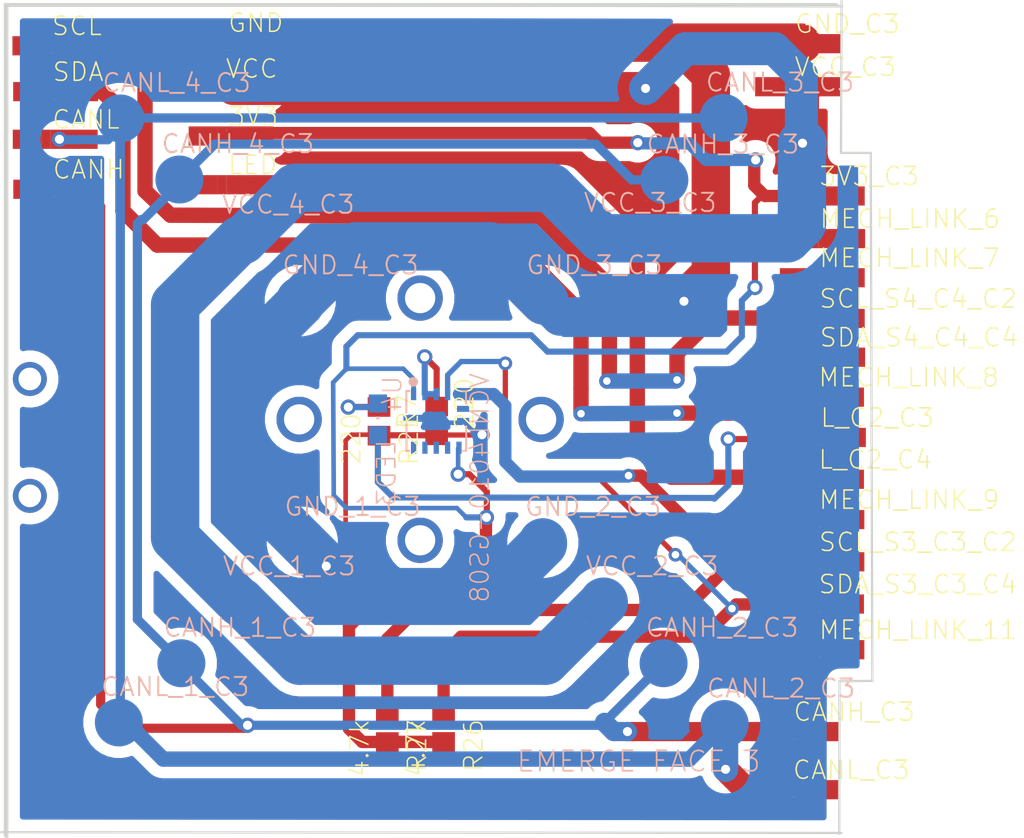
<source format=kicad_pcb>
(kicad_pcb (version 4) (host pcbnew 4.0.6)

  (general
    (links 40)
    (no_connects 2)
    (area 89.930099 77.522099 157.894397 132.970901)
    (thickness 1.6)
    (drawings 15)
    (tracks 282)
    (zones 0)
    (modules 46)
    (nets 14)
  )

  (page A4)
  (layers
    (0 Top signal)
    (31 Bottom signal)
    (32 B.Adhes user)
    (33 F.Adhes user)
    (34 B.Paste user)
    (35 F.Paste user)
    (36 B.SilkS user)
    (37 F.SilkS user)
    (38 B.Mask user)
    (39 F.Mask user)
    (40 Dwgs.User user)
    (41 Cmts.User user)
    (42 Eco1.User user)
    (43 Eco2.User user)
    (44 Edge.Cuts user)
    (45 Margin user)
    (46 B.CrtYd user)
    (47 F.CrtYd user)
    (48 B.Fab user)
    (49 F.Fab user)
  )

  (setup
    (last_trace_width 0.25)
    (trace_clearance 0.2)
    (zone_clearance 0.508)
    (zone_45_only no)
    (trace_min 0.2)
    (segment_width 0.2)
    (edge_width 0.15)
    (via_size 0.6)
    (via_drill 0.4)
    (via_min_size 0.4)
    (via_min_drill 0.3)
    (uvia_size 0.3)
    (uvia_drill 0.1)
    (uvias_allowed no)
    (uvia_min_size 0.2)
    (uvia_min_drill 0.1)
    (pcb_text_width 0.3)
    (pcb_text_size 1.5 1.5)
    (mod_edge_width 0.15)
    (mod_text_size 1 1)
    (mod_text_width 0.15)
    (pad_size 1.524 1.524)
    (pad_drill 0.762)
    (pad_to_mask_clearance 0.2)
    (aux_axis_origin 0 0)
    (visible_elements 7FFFFFFF)
    (pcbplotparams
      (layerselection 0x010f0_80000001)
      (usegerberextensions false)
      (excludeedgelayer true)
      (linewidth 0.100000)
      (plotframeref false)
      (viasonmask false)
      (mode 1)
      (useauxorigin false)
      (hpglpennumber 1)
      (hpglpenspeed 20)
      (hpglpendiameter 15)
      (hpglpenoverlay 2)
      (psnegative false)
      (psa4output false)
      (plotreference true)
      (plotvalue true)
      (plotinvisibletext false)
      (padsonsilk false)
      (subtractmaskfromsilk false)
      (outputformat 1)
      (mirror false)
      (drillshape 0)
      (scaleselection 1)
      (outputdirectory "C:/Users/Henry Alberto/Documents/GitHub/Psoc_Modular/PCB/Gerber_Robot_Single/Face_3/"))
  )

  (net 0 "")
  (net 1 N$16)
  (net 2 GND3)
  (net 3 3V3_C3)
  (net 4 LED_S3_C3)
  (net 5 VCC_C3)
  (net 6 CANL_C3)
  (net 7 CANH_C3)
  (net 8 LED_T_S4)
  (net 9 N$8)
  (net 10 SCL_S3_U)
  (net 11 SCL_S4_U)
  (net 12 SDA_S3_U)
  (net 13 SDA_S4_U)

  (net_class Default "Esta es la clase de red por defecto."
    (clearance 0.2)
    (trace_width 0.25)
    (via_dia 0.6)
    (via_drill 0.4)
    (uvia_dia 0.3)
    (uvia_drill 0.1)
    (add_net 3V3_C3)
    (add_net CANH_C3)
    (add_net CANL_C3)
    (add_net GND3)
    (add_net LED_S3_C3)
    (add_net LED_T_S4)
    (add_net N$16)
    (add_net N$8)
    (add_net SCL_S3_U)
    (add_net SCL_S4_U)
    (add_net SDA_S3_U)
    (add_net SDA_S4_U)
    (add_net VCC_C3)
  )

  (module CHIPLED_0805 (layer Bottom) (tedit 0) (tstamp 590FCA20)
    (at 115.3951 105.2729 180)
    (descr "<b>CHIPLED</b><p>\nSource: http://www.osram.convergy.de/ ... LG_R971.pdf")
    (fp_text reference LED3 (at -1.27 -1.27 450) (layer B.SilkS)
      (effects (font (size 1.2065 1.2065) (thickness 0.1016)) (justify left bottom mirror))
    )
    (fp_text value "" (at 2.54 -1.27 450) (layer B.SilkS)
      (effects (font (size 1.2065 1.2065) (thickness 0.1016)) (justify left bottom mirror))
    )
    (fp_arc (start 0 1) (end -0.35 1) (angle 180) (layer Dwgs.User) (width 0.1016))
    (fp_arc (start 0 -1) (end -0.35 -1) (angle -180) (layer Dwgs.User) (width 0.1016))
    (fp_line (start 0.575 0.525) (end 0.575 -0.525) (layer Dwgs.User) (width 0.1016))
    (fp_line (start -0.575 -0.5) (end -0.575 0.925) (layer Dwgs.User) (width 0.1016))
    (fp_circle (center -0.45 0.85) (end -0.347 0.85) (layer Dwgs.User) (width 0.1016))
    (fp_poly (pts (xy 0.3 0.5) (xy 0.625 0.5) (xy 0.625 1) (xy 0.3 1)) (layer Dwgs.User) (width 0))
    (fp_poly (pts (xy -0.325 0.5) (xy -0.175 0.5) (xy -0.175 0.75) (xy -0.325 0.75)) (layer Dwgs.User) (width 0))
    (fp_poly (pts (xy 0.175 0.5) (xy 0.325 0.5) (xy 0.325 0.75) (xy 0.175 0.75)) (layer Dwgs.User) (width 0))
    (fp_poly (pts (xy -0.2 0.5) (xy 0.2 0.5) (xy 0.2 0.675) (xy -0.2 0.675)) (layer Dwgs.User) (width 0))
    (fp_poly (pts (xy 0.3 -1) (xy 0.625 -1) (xy 0.625 -0.5) (xy 0.3 -0.5)) (layer Dwgs.User) (width 0))
    (fp_poly (pts (xy -0.625 -1) (xy -0.3 -1) (xy -0.3 -0.5) (xy -0.625 -0.5)) (layer Dwgs.User) (width 0))
    (fp_poly (pts (xy 0.175 -0.75) (xy 0.325 -0.75) (xy 0.325 -0.5) (xy 0.175 -0.5)) (layer Dwgs.User) (width 0))
    (fp_poly (pts (xy -0.325 -0.75) (xy -0.175 -0.75) (xy -0.175 -0.5) (xy -0.325 -0.5)) (layer Dwgs.User) (width 0))
    (fp_poly (pts (xy -0.2 -0.675) (xy 0.2 -0.675) (xy 0.2 -0.5) (xy -0.2 -0.5)) (layer Dwgs.User) (width 0))
    (fp_poly (pts (xy -0.1 0) (xy 0.1 0) (xy 0.1 0.2) (xy -0.1 0.2)) (layer B.SilkS) (width 0))
    (fp_poly (pts (xy -0.6 0.5) (xy -0.3 0.5) (xy -0.3 0.8) (xy -0.6 0.8)) (layer Dwgs.User) (width 0))
    (fp_poly (pts (xy -0.625 0.925) (xy -0.4 0.925) (xy -0.4 1) (xy -0.625 1)) (layer Dwgs.User) (width 0))
    (pad C smd rect (at 0 1.05 180) (size 1.2 1.2) (layers Bottom B.Paste B.Mask)
      (net 1 N$16))
    (pad A smd rect (at 0 -1.05 180) (size 1.2 1.2) (layers Bottom B.Paste B.Mask)
      (net 4 LED_S3_C3))
  )

  (module R0805 (layer Top) (tedit 0) (tstamp 590FCAA8)
    (at 115.4713 105.3999 270)
    (descr <b>RESISTOR</b><p>)
    (fp_text reference R21 (at -0.635 -1.27 270) (layer F.SilkS)
      (effects (font (size 1.2065 1.2065) (thickness 0.1016)) (justify right top))
    )
    (fp_text value 220 (at -0.635 2.54 270) (layer F.SilkS)
      (effects (font (size 1.2065 1.2065) (thickness 0.1016)) (justify right top))
    )
    (fp_line (start -0.41 -0.635) (end 0.41 -0.635) (layer Dwgs.User) (width 0.1524))
    (fp_line (start -0.41 0.635) (end 0.41 0.635) (layer Dwgs.User) (width 0.1524))
    (fp_poly (pts (xy 0.4064 0.6985) (xy 1.0564 0.6985) (xy 1.0564 -0.7015) (xy 0.4064 -0.7015)) (layer Dwgs.User) (width 0))
    (fp_poly (pts (xy -1.0668 0.6985) (xy -0.4168 0.6985) (xy -0.4168 -0.7015) (xy -1.0668 -0.7015)) (layer Dwgs.User) (width 0))
    (fp_poly (pts (xy -0.1999 0.5001) (xy 0.1999 0.5001) (xy 0.1999 -0.5001) (xy -0.1999 -0.5001)) (layer F.Adhes) (width 0))
    (pad 1 smd rect (at -0.95 0 270) (size 1.3 1.5) (layers Top F.Paste F.Mask)
      (net 1 N$16))
    (pad 2 smd rect (at 0.95 0 270) (size 1.3 1.5) (layers Top F.Paste F.Mask)
      (net 2 GND3))
  )

  (module TP11R (layer Top) (tedit 0) (tstamp 590FCBCD)
    (at 145.0623 90.4901)
    (descr "<b>TEST PAD</b>")
    (fp_text reference 3V3_C3 (at -0.5499 -0.5999) (layer F.SilkS)
      (effects (font (size 1.2065 1.2065) (thickness 0.1016)) (justify left bottom))
    )
    (fp_text value PTR1TP11R (at -0.508 0.508) (layer F.SilkS)
      (effects (font (size 0.02413 0.02413) (thickness 0.002032)) (justify left bottom))
    )
    (fp_text user >TP_SIGNAL_NAME (at 0 1.905) (layer Cmts.User)
      (effects (font (size 0.95 0.95) (thickness 0.08)) (justify left bottom))
    )
    (pad TP smd circle (at 0 0) (size 1.1 1.1) (layers Top F.Paste F.Mask)
      (net 3 3V3_C3))
    (pad P$1 smd rect (at 0.381 0 90) (size 1.27 0.635) (layers Top F.Paste F.Mask))
    (pad P$2 smd rect (at 1.016 0 90) (size 1.27 0.635) (layers Top F.Paste F.Mask))
    (pad P$3 smd rect (at -0.254 0 90) (size 1.27 0.635) (layers Top F.Paste F.Mask))
    (pad P$4 smd rect (at -0.889 0 90) (size 1.27 0.635) (layers Top F.Paste F.Mask))
    (pad P$5 smd rect (at -1.524 0 90) (size 1.27 0.635) (layers Top F.Paste F.Mask))
    (pad P$6 smd rect (at 1.6129 0 90) (size 1.27 0.635) (layers Top F.Paste F.Mask))
    (pad P$7 smd rect (at 2.2098 0 90) (size 1.27 0.635) (layers Top F.Paste F.Mask))
    (pad P$8 smd rect (at -2.1463 0 90) (size 1.27 0.635) (layers Top F.Paste F.Mask))
    (pad P$9 smd rect (at -2.7686 0 90) (size 1.27 0.635) (layers Top F.Paste F.Mask))
  )

  (module TP11R (layer Top) (tedit 0) (tstamp 590FCBDB)
    (at 143.4527 80.4115)
    (descr "<b>TEST PAD</b>")
    (fp_text reference GND_C3 (at -0.5499 -0.5999) (layer F.SilkS)
      (effects (font (size 1.2065 1.2065) (thickness 0.1016)) (justify left bottom))
    )
    (fp_text value PTR1TP11R (at -0.508 0.508) (layer F.SilkS)
      (effects (font (size 0.02413 0.02413) (thickness 0.002032)) (justify left bottom))
    )
    (fp_text user >TP_SIGNAL_NAME (at 0 1.905) (layer Cmts.User)
      (effects (font (size 0.95 0.95) (thickness 0.08)) (justify left bottom))
    )
    (pad TP smd circle (at 0 0) (size 1.1 1.1) (layers Top F.Paste F.Mask)
      (net 2 GND3))
    (pad P$1 smd rect (at 0.381 0 90) (size 1.27 0.635) (layers Top F.Paste F.Mask))
    (pad P$2 smd rect (at 1.016 0 90) (size 1.27 0.635) (layers Top F.Paste F.Mask))
    (pad P$3 smd rect (at -0.254 0 90) (size 1.27 0.635) (layers Top F.Paste F.Mask))
    (pad P$4 smd rect (at -0.889 0 90) (size 1.27 0.635) (layers Top F.Paste F.Mask))
    (pad P$5 smd rect (at -1.524 0 90) (size 1.27 0.635) (layers Top F.Paste F.Mask))
    (pad P$6 smd rect (at 1.6129 0 90) (size 1.27 0.635) (layers Top F.Paste F.Mask))
    (pad P$7 smd rect (at 2.2098 0 90) (size 1.27 0.635) (layers Top F.Paste F.Mask))
    (pad P$8 smd rect (at -2.1463 0 90) (size 1.27 0.635) (layers Top F.Paste F.Mask))
    (pad P$9 smd rect (at -2.7686 0 90) (size 1.27 0.635) (layers Top F.Paste F.Mask))
  )

  (module TP11R (layer Top) (tedit 0) (tstamp 590FCC2F)
    (at 145.1385 106.4667)
    (descr "<b>TEST PAD</b>")
    (fp_text reference L_C2_C3 (at -0.5499 -0.5999) (layer F.SilkS)
      (effects (font (size 1.2065 1.2065) (thickness 0.1016)) (justify left bottom))
    )
    (fp_text value PTR1TP11R (at -0.508 0.508) (layer F.SilkS)
      (effects (font (size 0.02413 0.02413) (thickness 0.002032)) (justify left bottom))
    )
    (fp_text user >TP_SIGNAL_NAME (at 0 1.905) (layer Cmts.User)
      (effects (font (size 0.95 0.95) (thickness 0.08)) (justify left bottom))
    )
    (pad TP smd circle (at 0 0) (size 1.1 1.1) (layers Top F.Paste F.Mask)
      (net 4 LED_S3_C3))
    (pad P$1 smd rect (at 0.381 0 90) (size 1.27 0.635) (layers Top F.Paste F.Mask))
    (pad P$2 smd rect (at 1.016 0 90) (size 1.27 0.635) (layers Top F.Paste F.Mask))
    (pad P$3 smd rect (at -0.254 0 90) (size 1.27 0.635) (layers Top F.Paste F.Mask))
    (pad P$4 smd rect (at -0.889 0 90) (size 1.27 0.635) (layers Top F.Paste F.Mask))
    (pad P$5 smd rect (at -1.524 0 90) (size 1.27 0.635) (layers Top F.Paste F.Mask))
    (pad P$6 smd rect (at 1.6129 0 90) (size 1.27 0.635) (layers Top F.Paste F.Mask))
    (pad P$7 smd rect (at 2.2098 0 90) (size 1.27 0.635) (layers Top F.Paste F.Mask))
    (pad P$8 smd rect (at -2.1463 0 90) (size 1.27 0.635) (layers Top F.Paste F.Mask))
    (pad P$9 smd rect (at -2.7686 0 90) (size 1.27 0.635) (layers Top F.Paste F.Mask))
  )

  (module TP11R (layer Top) (tedit 0) (tstamp 590FCC67)
    (at 145.0115 109.2353)
    (descr "<b>TEST PAD</b>")
    (fp_text reference L_C2_C4 (at -0.5499 -0.5999) (layer F.SilkS)
      (effects (font (size 1.2065 1.2065) (thickness 0.1016)) (justify left bottom))
    )
    (fp_text value PTR1TP11R (at -0.508 0.508) (layer F.SilkS)
      (effects (font (size 0.02413 0.02413) (thickness 0.002032)) (justify left bottom))
    )
    (fp_text user >TP_SIGNAL_NAME (at 0 1.905) (layer Cmts.User)
      (effects (font (size 0.95 0.95) (thickness 0.08)) (justify left bottom))
    )
    (pad TP smd circle (at 0 0) (size 1.1 1.1) (layers Top F.Paste F.Mask)
      (net 8 LED_T_S4))
    (pad P$1 smd rect (at 0.381 0 90) (size 1.27 0.635) (layers Top F.Paste F.Mask))
    (pad P$2 smd rect (at 1.016 0 90) (size 1.27 0.635) (layers Top F.Paste F.Mask))
    (pad P$3 smd rect (at -0.254 0 90) (size 1.27 0.635) (layers Top F.Paste F.Mask))
    (pad P$4 smd rect (at -0.889 0 90) (size 1.27 0.635) (layers Top F.Paste F.Mask))
    (pad P$5 smd rect (at -1.524 0 90) (size 1.27 0.635) (layers Top F.Paste F.Mask))
    (pad P$6 smd rect (at 1.6129 0 90) (size 1.27 0.635) (layers Top F.Paste F.Mask))
    (pad P$7 smd rect (at 2.2098 0 90) (size 1.27 0.635) (layers Top F.Paste F.Mask))
    (pad P$8 smd rect (at -2.1463 0 90) (size 1.27 0.635) (layers Top F.Paste F.Mask))
    (pad P$9 smd rect (at -2.7686 0 90) (size 1.27 0.635) (layers Top F.Paste F.Mask))
  )

  (module TP11R (layer Top) (tedit 0) (tstamp 590FCC75)
    (at 145.0623 95.9003)
    (descr "<b>TEST PAD</b>")
    (fp_text reference MECH_LINK_7 (at -0.5499 -0.5999) (layer F.SilkS)
      (effects (font (size 1.2065 1.2065) (thickness 0.1016)) (justify left bottom))
    )
    (fp_text value PTR1TP11R (at -0.508 0.508) (layer F.SilkS)
      (effects (font (size 0.02413 0.02413) (thickness 0.002032)) (justify left bottom))
    )
    (fp_text user >TP_SIGNAL_NAME (at 0 1.905) (layer Cmts.User)
      (effects (font (size 0.95 0.95) (thickness 0.08)) (justify left bottom))
    )
    (pad TP smd circle (at 0 0) (size 1.1 1.1) (layers Top F.Paste F.Mask))
    (pad P$1 smd rect (at 0.381 0 90) (size 1.27 0.635) (layers Top F.Paste F.Mask))
    (pad P$2 smd rect (at 1.016 0 90) (size 1.27 0.635) (layers Top F.Paste F.Mask))
    (pad P$3 smd rect (at -0.254 0 90) (size 1.27 0.635) (layers Top F.Paste F.Mask))
    (pad P$4 smd rect (at -0.889 0 90) (size 1.27 0.635) (layers Top F.Paste F.Mask))
    (pad P$5 smd rect (at -1.524 0 90) (size 1.27 0.635) (layers Top F.Paste F.Mask))
    (pad P$6 smd rect (at 1.6129 0 90) (size 1.27 0.635) (layers Top F.Paste F.Mask))
    (pad P$7 smd rect (at 2.2098 0 90) (size 1.27 0.635) (layers Top F.Paste F.Mask))
    (pad P$8 smd rect (at -2.1463 0 90) (size 1.27 0.635) (layers Top F.Paste F.Mask))
    (pad P$9 smd rect (at -2.7686 0 90) (size 1.27 0.635) (layers Top F.Paste F.Mask))
  )

  (module TP11R (layer Top) (tedit 0) (tstamp 590FCC83)
    (at 145.0369 120.5129)
    (descr "<b>TEST PAD</b>")
    (fp_text reference MECH_LINK_11 (at -0.5499 -0.5999) (layer F.SilkS)
      (effects (font (size 1.2065 1.2065) (thickness 0.1016)) (justify left bottom))
    )
    (fp_text value PTR1TP11R (at -0.508 0.508) (layer F.SilkS)
      (effects (font (size 0.02413 0.02413) (thickness 0.002032)) (justify left bottom))
    )
    (fp_text user >TP_SIGNAL_NAME (at 0 1.905) (layer Cmts.User)
      (effects (font (size 0.95 0.95) (thickness 0.08)) (justify left bottom))
    )
    (pad TP smd circle (at 0 0) (size 1.1 1.1) (layers Top F.Paste F.Mask))
    (pad P$1 smd rect (at 0.381 0 90) (size 1.27 0.635) (layers Top F.Paste F.Mask))
    (pad P$2 smd rect (at 1.016 0 90) (size 1.27 0.635) (layers Top F.Paste F.Mask))
    (pad P$3 smd rect (at -0.254 0 90) (size 1.27 0.635) (layers Top F.Paste F.Mask))
    (pad P$4 smd rect (at -0.889 0 90) (size 1.27 0.635) (layers Top F.Paste F.Mask))
    (pad P$5 smd rect (at -1.524 0 90) (size 1.27 0.635) (layers Top F.Paste F.Mask))
    (pad P$6 smd rect (at 1.6129 0 90) (size 1.27 0.635) (layers Top F.Paste F.Mask))
    (pad P$7 smd rect (at 2.2098 0 90) (size 1.27 0.635) (layers Top F.Paste F.Mask))
    (pad P$8 smd rect (at -2.1463 0 90) (size 1.27 0.635) (layers Top F.Paste F.Mask))
    (pad P$9 smd rect (at -2.7686 0 90) (size 1.27 0.635) (layers Top F.Paste F.Mask))
  )

  (module TP11R (layer Top) (tedit 0) (tstamp 590FCC91)
    (at 145.0115 103.7997)
    (descr "<b>TEST PAD</b>")
    (fp_text reference MECH_LINK_8 (at -0.5499 -0.5999) (layer F.SilkS)
      (effects (font (size 1.2065 1.2065) (thickness 0.1016)) (justify left bottom))
    )
    (fp_text value PTR1TP11R (at -0.508 0.508) (layer F.SilkS)
      (effects (font (size 0.02413 0.02413) (thickness 0.002032)) (justify left bottom))
    )
    (fp_text user >TP_SIGNAL_NAME (at 0 1.905) (layer Cmts.User)
      (effects (font (size 0.95 0.95) (thickness 0.08)) (justify left bottom))
    )
    (pad TP smd circle (at 0 0) (size 1.1 1.1) (layers Top F.Paste F.Mask))
    (pad P$1 smd rect (at 0.381 0 90) (size 1.27 0.635) (layers Top F.Paste F.Mask))
    (pad P$2 smd rect (at 1.016 0 90) (size 1.27 0.635) (layers Top F.Paste F.Mask))
    (pad P$3 smd rect (at -0.254 0 90) (size 1.27 0.635) (layers Top F.Paste F.Mask))
    (pad P$4 smd rect (at -0.889 0 90) (size 1.27 0.635) (layers Top F.Paste F.Mask))
    (pad P$5 smd rect (at -1.524 0 90) (size 1.27 0.635) (layers Top F.Paste F.Mask))
    (pad P$6 smd rect (at 1.6129 0 90) (size 1.27 0.635) (layers Top F.Paste F.Mask))
    (pad P$7 smd rect (at 2.2098 0 90) (size 1.27 0.635) (layers Top F.Paste F.Mask))
    (pad P$8 smd rect (at -2.1463 0 90) (size 1.27 0.635) (layers Top F.Paste F.Mask))
    (pad P$9 smd rect (at -2.7686 0 90) (size 1.27 0.635) (layers Top F.Paste F.Mask))
  )

  (module TP11R (layer Top) (tedit 0) (tstamp 590FCC9F)
    (at 145.0369 111.9023)
    (descr "<b>TEST PAD</b>")
    (fp_text reference MECH_LINK_9 (at -0.5499 -0.5999) (layer F.SilkS)
      (effects (font (size 1.2065 1.2065) (thickness 0.1016)) (justify left bottom))
    )
    (fp_text value PTR1TP11R (at -0.508 0.508) (layer F.SilkS)
      (effects (font (size 0.02413 0.02413) (thickness 0.002032)) (justify left bottom))
    )
    (fp_text user >TP_SIGNAL_NAME (at 0 1.905) (layer Cmts.User)
      (effects (font (size 0.95 0.95) (thickness 0.08)) (justify left bottom))
    )
    (pad TP smd circle (at 0 0) (size 1.1 1.1) (layers Top F.Paste F.Mask))
    (pad P$1 smd rect (at 0.381 0 90) (size 1.27 0.635) (layers Top F.Paste F.Mask))
    (pad P$2 smd rect (at 1.016 0 90) (size 1.27 0.635) (layers Top F.Paste F.Mask))
    (pad P$3 smd rect (at -0.254 0 90) (size 1.27 0.635) (layers Top F.Paste F.Mask))
    (pad P$4 smd rect (at -0.889 0 90) (size 1.27 0.635) (layers Top F.Paste F.Mask))
    (pad P$5 smd rect (at -1.524 0 90) (size 1.27 0.635) (layers Top F.Paste F.Mask))
    (pad P$6 smd rect (at 1.6129 0 90) (size 1.27 0.635) (layers Top F.Paste F.Mask))
    (pad P$7 smd rect (at 2.2098 0 90) (size 1.27 0.635) (layers Top F.Paste F.Mask))
    (pad P$8 smd rect (at -2.1463 0 90) (size 1.27 0.635) (layers Top F.Paste F.Mask))
    (pad P$9 smd rect (at -2.7686 0 90) (size 1.27 0.635) (layers Top F.Paste F.Mask))
  )

  (module TP11R (layer Top) (tedit 0) (tstamp 590FCCF3)
    (at 145.0369 114.6963)
    (descr "<b>TEST PAD</b>")
    (fp_text reference SCL_S3_C3_C2 (at -0.5499 -0.5999) (layer F.SilkS)
      (effects (font (size 1.2065 1.2065) (thickness 0.1016)) (justify left bottom))
    )
    (fp_text value PTR1TP11R (at -0.508 0.508) (layer F.SilkS)
      (effects (font (size 0.02413 0.02413) (thickness 0.002032)) (justify left bottom))
    )
    (fp_text user >TP_SIGNAL_NAME (at 0 1.905) (layer Cmts.User)
      (effects (font (size 0.95 0.95) (thickness 0.08)) (justify left bottom))
    )
    (pad TP smd circle (at 0 0) (size 1.1 1.1) (layers Top F.Paste F.Mask)
      (net 10 SCL_S3_U))
    (pad P$1 smd rect (at 0.381 0 90) (size 1.27 0.635) (layers Top F.Paste F.Mask))
    (pad P$2 smd rect (at 1.016 0 90) (size 1.27 0.635) (layers Top F.Paste F.Mask))
    (pad P$3 smd rect (at -0.254 0 90) (size 1.27 0.635) (layers Top F.Paste F.Mask))
    (pad P$4 smd rect (at -0.889 0 90) (size 1.27 0.635) (layers Top F.Paste F.Mask))
    (pad P$5 smd rect (at -1.524 0 90) (size 1.27 0.635) (layers Top F.Paste F.Mask))
    (pad P$6 smd rect (at 1.6129 0 90) (size 1.27 0.635) (layers Top F.Paste F.Mask))
    (pad P$7 smd rect (at 2.2098 0 90) (size 1.27 0.635) (layers Top F.Paste F.Mask))
    (pad P$8 smd rect (at -2.1463 0 90) (size 1.27 0.635) (layers Top F.Paste F.Mask))
    (pad P$9 smd rect (at -2.7686 0 90) (size 1.27 0.635) (layers Top F.Paste F.Mask))
  )

  (module TP11R (layer Top) (tedit 0) (tstamp 590FCD2B)
    (at 145.0623 98.5927)
    (descr "<b>TEST PAD</b>")
    (fp_text reference SCL_S4_C4_C2 (at -0.5499 -0.5999) (layer F.SilkS)
      (effects (font (size 1.2065 1.2065) (thickness 0.1016)) (justify left bottom))
    )
    (fp_text value PTR1TP11R (at -0.508 0.508) (layer F.SilkS)
      (effects (font (size 0.02413 0.02413) (thickness 0.002032)) (justify left bottom))
    )
    (fp_text user >TP_SIGNAL_NAME (at 0 1.905) (layer Cmts.User)
      (effects (font (size 0.95 0.95) (thickness 0.08)) (justify left bottom))
    )
    (pad TP smd circle (at 0 0) (size 1.1 1.1) (layers Top F.Paste F.Mask)
      (net 11 SCL_S4_U))
    (pad P$1 smd rect (at 0.381 0 90) (size 1.27 0.635) (layers Top F.Paste F.Mask))
    (pad P$2 smd rect (at 1.016 0 90) (size 1.27 0.635) (layers Top F.Paste F.Mask))
    (pad P$3 smd rect (at -0.254 0 90) (size 1.27 0.635) (layers Top F.Paste F.Mask))
    (pad P$4 smd rect (at -0.889 0 90) (size 1.27 0.635) (layers Top F.Paste F.Mask))
    (pad P$5 smd rect (at -1.524 0 90) (size 1.27 0.635) (layers Top F.Paste F.Mask))
    (pad P$6 smd rect (at 1.6129 0 90) (size 1.27 0.635) (layers Top F.Paste F.Mask))
    (pad P$7 smd rect (at 2.2098 0 90) (size 1.27 0.635) (layers Top F.Paste F.Mask))
    (pad P$8 smd rect (at -2.1463 0 90) (size 1.27 0.635) (layers Top F.Paste F.Mask))
    (pad P$9 smd rect (at -2.7686 0 90) (size 1.27 0.635) (layers Top F.Paste F.Mask))
  )

  (module B2,54 (layer Top) (tedit 0) (tstamp 590FCE35)
    (at 130.3251 117.3339)
    (descr "<b>TEST PAD</b>")
    (fp_text reference VCC_2_C3 (at -1.27 -1.651) (layer B.SilkS)
      (effects (font (size 1.2065 1.2065) (thickness 0.127)) (justify left bottom))
    )
    (fp_text value TPB2,54 (at -1.27 1.397) (layer F.SilkS)
      (effects (font (size 0.02413 0.02413) (thickness 0.002032)) (justify left bottom))
    )
    (fp_circle (center 0 0) (end 0.635 0) (layer Cmts.User) (width 0.254))
    (fp_text user >TP_SIGNAL_NAME (at -1.27 3.175) (layer Cmts.User)
      (effects (font (size 0.95 0.95) (thickness 0.08)) (justify left bottom))
    )
    (pad TP smd circle (at 0 0 180) (size 2.54 2.54) (layers Bottom B.Paste B.Mask)
      (net 5 VCC_C3))
    (pad P$1 smd circle (at 0 0 90) (size 3.175 3.175) (layers Bottom B.Paste B.Mask))
  )

  (module B2,54 (layer Top) (tedit 0) (tstamp 590FCE3C)
    (at 106.3211 117.3389)
    (descr "<b>TEST PAD</b>")
    (fp_text reference VCC_1_C3 (at -1.27 -1.651) (layer B.SilkS)
      (effects (font (size 1.2065 1.2065) (thickness 0.127)) (justify left bottom))
    )
    (fp_text value TPB2,54 (at -1.27 1.397) (layer F.SilkS)
      (effects (font (size 0.02413 0.02413) (thickness 0.002032)) (justify left bottom))
    )
    (fp_circle (center 0 0) (end 0.635 0) (layer Cmts.User) (width 0.254))
    (fp_text user >TP_SIGNAL_NAME (at -1.27 3.175) (layer Cmts.User)
      (effects (font (size 0.95 0.95) (thickness 0.08)) (justify left bottom))
    )
    (pad TP smd circle (at 0 0 180) (size 2.54 2.54) (layers Bottom B.Paste B.Mask)
      (net 5 VCC_C3))
    (pad P$1 smd circle (at 0 0 90) (size 3.175 3.175) (layers Bottom B.Paste B.Mask))
  )

  (module B2,54 (layer Top) (tedit 0) (tstamp 590FCE43)
    (at 130.1941 93.2899)
    (descr "<b>TEST PAD</b>")
    (fp_text reference VCC_3_C3 (at -1.27 -1.651) (layer B.SilkS)
      (effects (font (size 1.2065 1.2065) (thickness 0.127)) (justify left bottom))
    )
    (fp_text value TPB2,54 (at -1.27 1.397) (layer F.SilkS)
      (effects (font (size 0.02413 0.02413) (thickness 0.002032)) (justify left bottom))
    )
    (fp_circle (center 0 0) (end 0.635 0) (layer Cmts.User) (width 0.254))
    (fp_text user >TP_SIGNAL_NAME (at -1.27 3.175) (layer Cmts.User)
      (effects (font (size 0.95 0.95) (thickness 0.08)) (justify left bottom))
    )
    (pad TP smd circle (at 0 0 180) (size 2.54 2.54) (layers Bottom B.Paste B.Mask)
      (net 5 VCC_C3))
    (pad P$1 smd circle (at 0 0 90) (size 3.175 3.175) (layers Bottom B.Paste B.Mask))
  )

  (module B2,54 (layer Top) (tedit 0) (tstamp 590FCE4A)
    (at 106.2591 93.4099)
    (descr "<b>TEST PAD</b>")
    (fp_text reference VCC_4_C3 (at -1.27 -1.651) (layer B.SilkS)
      (effects (font (size 1.2065 1.2065) (thickness 0.127)) (justify left bottom))
    )
    (fp_text value TPB2,54 (at -1.27 1.397) (layer F.SilkS)
      (effects (font (size 0.02413 0.02413) (thickness 0.002032)) (justify left bottom))
    )
    (fp_circle (center 0 0) (end 0.635 0) (layer Cmts.User) (width 0.254))
    (fp_text user >TP_SIGNAL_NAME (at -1.27 3.175) (layer Cmts.User)
      (effects (font (size 0.95 0.95) (thickness 0.08)) (justify left bottom))
    )
    (pad TP smd circle (at 0 0 180) (size 2.54 2.54) (layers Bottom B.Paste B.Mask)
      (net 5 VCC_C3))
    (pad P$1 smd circle (at 0 0 90) (size 3.175 3.175) (layers Bottom B.Paste B.Mask))
  )

  (module B2,54 (layer Top) (tedit 0) (tstamp 590FCE51)
    (at 126.3061 113.4119)
    (descr "<b>TEST PAD</b>")
    (fp_text reference GND_2_C3 (at -1.27 -1.651) (layer B.SilkS)
      (effects (font (size 1.2065 1.2065) (thickness 0.127)) (justify left bottom))
    )
    (fp_text value TPB2,54 (at -1.27 1.397) (layer F.SilkS)
      (effects (font (size 0.02413 0.02413) (thickness 0.002032)) (justify left bottom))
    )
    (fp_circle (center 0 0) (end 0.635 0) (layer Cmts.User) (width 0.254))
    (fp_text user >TP_SIGNAL_NAME (at -1.27 3.175) (layer Cmts.User)
      (effects (font (size 0.95 0.95) (thickness 0.08)) (justify left bottom))
    )
    (pad TP smd circle (at 0 0 180) (size 2.54 2.54) (layers Bottom B.Paste B.Mask)
      (net 2 GND3))
    (pad P$1 smd circle (at 0 0 90) (size 3.175 3.175) (layers Bottom B.Paste B.Mask))
  )

  (module B2,54 (layer Top) (tedit 0) (tstamp 590FCE58)
    (at 110.3981 113.3999)
    (descr "<b>TEST PAD</b>")
    (fp_text reference GND_1_C3 (at -1.27 -1.651) (layer B.SilkS)
      (effects (font (size 1.2065 1.2065) (thickness 0.127)) (justify left bottom))
    )
    (fp_text value TPB2,54 (at -1.27 1.397) (layer F.SilkS)
      (effects (font (size 0.02413 0.02413) (thickness 0.002032)) (justify left bottom))
    )
    (fp_circle (center 0 0) (end 0.635 0) (layer Cmts.User) (width 0.254))
    (fp_text user >TP_SIGNAL_NAME (at -1.27 3.175) (layer Cmts.User)
      (effects (font (size 0.95 0.95) (thickness 0.08)) (justify left bottom))
    )
    (pad TP smd circle (at 0 0 180) (size 2.54 2.54) (layers Bottom B.Paste B.Mask)
      (net 2 GND3))
    (pad P$1 smd circle (at 0 0 90) (size 3.175 3.175) (layers Bottom B.Paste B.Mask))
  )

  (module B2,54 (layer Top) (tedit 0) (tstamp 590FCE5F)
    (at 126.3941 97.4179)
    (descr "<b>TEST PAD</b>")
    (fp_text reference GND_3_C3 (at -1.27 -1.651) (layer B.SilkS)
      (effects (font (size 1.2065 1.2065) (thickness 0.127)) (justify left bottom))
    )
    (fp_text value TPB2,54 (at -1.27 1.397) (layer F.SilkS)
      (effects (font (size 0.02413 0.02413) (thickness 0.002032)) (justify left bottom))
    )
    (fp_circle (center 0 0) (end 0.635 0) (layer Cmts.User) (width 0.254))
    (fp_text user >TP_SIGNAL_NAME (at -1.27 3.175) (layer Cmts.User)
      (effects (font (size 0.95 0.95) (thickness 0.08)) (justify left bottom))
    )
    (pad TP smd circle (at 0 0 180) (size 2.54 2.54) (layers Bottom B.Paste B.Mask)
      (net 2 GND3))
    (pad P$1 smd circle (at 0 0 90) (size 3.175 3.175) (layers Bottom B.Paste B.Mask))
  )

  (module B2,54 (layer Top) (tedit 0) (tstamp 590FCE66)
    (at 110.2631 97.4199)
    (descr "<b>TEST PAD</b>")
    (fp_text reference GND_4_C3 (at -1.27 -1.651) (layer B.SilkS)
      (effects (font (size 1.2065 1.2065) (thickness 0.127)) (justify left bottom))
    )
    (fp_text value TPB2,54 (at -1.27 1.397) (layer F.SilkS)
      (effects (font (size 0.02413 0.02413) (thickness 0.002032)) (justify left bottom))
    )
    (fp_circle (center 0 0) (end 0.635 0) (layer Cmts.User) (width 0.254))
    (fp_text user >TP_SIGNAL_NAME (at -1.27 3.175) (layer Cmts.User)
      (effects (font (size 0.95 0.95) (thickness 0.08)) (justify left bottom))
    )
    (pad TP smd circle (at 0 0 180) (size 2.54 2.54) (layers Bottom B.Paste B.Mask)
      (net 2 GND3))
    (pad P$1 smd circle (at 0 0 90) (size 3.175 3.175) (layers Bottom B.Paste B.Mask))
  )

  (module B2,54 (layer Top) (tedit 0) (tstamp 590FCE6D)
    (at 138.3271 125.4269)
    (descr "<b>TEST PAD</b>")
    (fp_text reference CANL_2_C3 (at -1.27 -1.651) (layer B.SilkS)
      (effects (font (size 1.2065 1.2065) (thickness 0.127)) (justify left bottom))
    )
    (fp_text value TPB2,54 (at -1.27 1.397) (layer F.SilkS)
      (effects (font (size 0.02413 0.02413) (thickness 0.002032)) (justify left bottom))
    )
    (fp_circle (center 0 0) (end 0.635 0) (layer Cmts.User) (width 0.254))
    (fp_text user >TP_SIGNAL_NAME (at -1.27 3.175) (layer Cmts.User)
      (effects (font (size 0.95 0.95) (thickness 0.08)) (justify left bottom))
    )
    (pad TP smd circle (at 0 0 180) (size 2.54 2.54) (layers Bottom B.Paste B.Mask)
      (net 6 CANL_C3))
    (pad P$1 smd circle (at 0 0 90) (size 3.175 3.175) (layers Bottom B.Paste B.Mask))
  )

  (module B2,54 (layer Top) (tedit 0) (tstamp 590FCE74)
    (at 98.2661 125.3259)
    (descr "<b>TEST PAD</b>")
    (fp_text reference CANL_1_C3 (at -1.27 -1.651) (layer B.SilkS)
      (effects (font (size 1.2065 1.2065) (thickness 0.127)) (justify left bottom))
    )
    (fp_text value TPB2,54 (at -1.27 1.397) (layer F.SilkS)
      (effects (font (size 0.02413 0.02413) (thickness 0.002032)) (justify left bottom))
    )
    (fp_circle (center 0 0) (end 0.635 0) (layer Cmts.User) (width 0.254))
    (fp_text user >TP_SIGNAL_NAME (at -1.27 3.175) (layer Cmts.User)
      (effects (font (size 0.95 0.95) (thickness 0.08)) (justify left bottom))
    )
    (pad TP smd circle (at 0 0 180) (size 2.54 2.54) (layers Bottom B.Paste B.Mask)
      (net 6 CANL_C3))
    (pad P$1 smd circle (at 0 0 90) (size 3.175 3.175) (layers Bottom B.Paste B.Mask))
  )

  (module B2,54 (layer Top) (tedit 0) (tstamp 590FCE7B)
    (at 138.2581 85.3269)
    (descr "<b>TEST PAD</b>")
    (fp_text reference CANL_3_C3 (at -1.27 -1.651) (layer B.SilkS)
      (effects (font (size 1.2065 1.2065) (thickness 0.127)) (justify left bottom))
    )
    (fp_text value TPB2,54 (at -1.27 1.397) (layer F.SilkS)
      (effects (font (size 0.02413 0.02413) (thickness 0.002032)) (justify left bottom))
    )
    (fp_circle (center 0 0) (end 0.635 0) (layer Cmts.User) (width 0.254))
    (fp_text user >TP_SIGNAL_NAME (at -1.27 3.175) (layer Cmts.User)
      (effects (font (size 0.95 0.95) (thickness 0.08)) (justify left bottom))
    )
    (pad TP smd circle (at 0 0 180) (size 2.54 2.54) (layers Bottom B.Paste B.Mask)
      (net 6 CANL_C3))
    (pad P$1 smd circle (at 0 0 90) (size 3.175 3.175) (layers Bottom B.Paste B.Mask))
  )

  (module B2,54 (layer Top) (tedit 0) (tstamp 590FCE82)
    (at 98.3631 85.3589)
    (descr "<b>TEST PAD</b>")
    (fp_text reference CANL_4_C3 (at -1.27 -1.651) (layer B.SilkS)
      (effects (font (size 1.2065 1.2065) (thickness 0.127)) (justify left bottom))
    )
    (fp_text value TPB2,54 (at -1.27 1.397) (layer F.SilkS)
      (effects (font (size 0.02413 0.02413) (thickness 0.002032)) (justify left bottom))
    )
    (fp_circle (center 0 0) (end 0.635 0) (layer Cmts.User) (width 0.254))
    (fp_text user >TP_SIGNAL_NAME (at -1.27 3.175) (layer Cmts.User)
      (effects (font (size 0.95 0.95) (thickness 0.08)) (justify left bottom))
    )
    (pad TP smd circle (at 0 0 180) (size 2.54 2.54) (layers Bottom B.Paste B.Mask)
      (net 6 CANL_C3))
    (pad P$1 smd circle (at 0 0 90) (size 3.175 3.175) (layers Bottom B.Paste B.Mask))
  )

  (module TP11R (layer Top) (tedit 0) (tstamp 590FCE89)
    (at 143.3087 129.7761)
    (descr "<b>TEST PAD</b>")
    (fp_text reference CANL_C3 (at -0.5499 -0.5999) (layer F.SilkS)
      (effects (font (size 1.2065 1.2065) (thickness 0.1016)) (justify left bottom))
    )
    (fp_text value PTR1TP11R (at -0.508 0.508) (layer F.SilkS)
      (effects (font (size 0.02413 0.02413) (thickness 0.002032)) (justify left bottom))
    )
    (fp_text user >TP_SIGNAL_NAME (at 0 1.905) (layer Cmts.User)
      (effects (font (size 0.95 0.95) (thickness 0.08)) (justify left bottom))
    )
    (pad TP smd circle (at 0 0) (size 1.1 1.1) (layers Top F.Paste F.Mask)
      (net 6 CANL_C3))
    (pad P$1 smd rect (at 0.381 0 90) (size 1.27 0.635) (layers Top F.Paste F.Mask))
    (pad P$2 smd rect (at 1.016 0 90) (size 1.27 0.635) (layers Top F.Paste F.Mask))
    (pad P$3 smd rect (at -0.254 0 90) (size 1.27 0.635) (layers Top F.Paste F.Mask))
    (pad P$4 smd rect (at -0.889 0 90) (size 1.27 0.635) (layers Top F.Paste F.Mask))
    (pad P$5 smd rect (at -1.524 0 90) (size 1.27 0.635) (layers Top F.Paste F.Mask))
    (pad P$6 smd rect (at 1.6129 0 90) (size 1.27 0.635) (layers Top F.Paste F.Mask))
    (pad P$7 smd rect (at 2.2098 0 90) (size 1.27 0.635) (layers Top F.Paste F.Mask))
    (pad P$8 smd rect (at -2.1463 0 90) (size 1.27 0.635) (layers Top F.Paste F.Mask))
    (pad P$9 smd rect (at -2.7686 0 90) (size 1.27 0.635) (layers Top F.Paste F.Mask))
  )

  (module B2,54 (layer Top) (tedit 0) (tstamp 590FCE97)
    (at 134.2881 121.4069)
    (descr "<b>TEST PAD</b>")
    (fp_text reference CANH_2_C3 (at -1.27 -1.651) (layer B.SilkS)
      (effects (font (size 1.2065 1.2065) (thickness 0.127)) (justify left bottom))
    )
    (fp_text value TPB2,54 (at -1.27 1.397) (layer F.SilkS)
      (effects (font (size 0.02413 0.02413) (thickness 0.002032)) (justify left bottom))
    )
    (fp_circle (center 0 0) (end 0.635 0) (layer Cmts.User) (width 0.254))
    (fp_text user >TP_SIGNAL_NAME (at -1.27 3.175) (layer Cmts.User)
      (effects (font (size 0.95 0.95) (thickness 0.08)) (justify left bottom))
    )
    (pad TP smd circle (at 0 0 180) (size 2.54 2.54) (layers Bottom B.Paste B.Mask)
      (net 7 CANH_C3))
    (pad P$1 smd circle (at 0 0 90) (size 3.175 3.175) (layers Bottom B.Paste B.Mask))
  )

  (module B2,54 (layer Top) (tedit 0) (tstamp 590FCE9E)
    (at 102.4001 121.4079)
    (descr "<b>TEST PAD</b>")
    (fp_text reference CANH_1_C3 (at -1.27 -1.651) (layer B.SilkS)
      (effects (font (size 1.2065 1.2065) (thickness 0.127)) (justify left bottom))
    )
    (fp_text value TPB2,54 (at -1.27 1.397) (layer F.SilkS)
      (effects (font (size 0.02413 0.02413) (thickness 0.002032)) (justify left bottom))
    )
    (fp_circle (center 0 0) (end 0.635 0) (layer Cmts.User) (width 0.254))
    (fp_text user >TP_SIGNAL_NAME (at -1.27 3.175) (layer Cmts.User)
      (effects (font (size 0.95 0.95) (thickness 0.08)) (justify left bottom))
    )
    (pad TP smd circle (at 0 0 180) (size 2.54 2.54) (layers Bottom B.Paste B.Mask)
      (net 7 CANH_C3))
    (pad P$1 smd circle (at 0 0 90) (size 3.175 3.175) (layers Bottom B.Paste B.Mask))
  )

  (module B2,54 (layer Top) (tedit 0) (tstamp 590FCEA5)
    (at 134.3391 89.4249)
    (descr "<b>TEST PAD</b>")
    (fp_text reference CANH_3_C3 (at -1.27 -1.651) (layer B.SilkS)
      (effects (font (size 1.2065 1.2065) (thickness 0.127)) (justify left bottom))
    )
    (fp_text value TPB2,54 (at -1.27 1.397) (layer F.SilkS)
      (effects (font (size 0.02413 0.02413) (thickness 0.002032)) (justify left bottom))
    )
    (fp_circle (center 0 0) (end 0.635 0) (layer Cmts.User) (width 0.254))
    (fp_text user >TP_SIGNAL_NAME (at -1.27 3.175) (layer Cmts.User)
      (effects (font (size 0.95 0.95) (thickness 0.08)) (justify left bottom))
    )
    (pad TP smd circle (at 0 0 180) (size 2.54 2.54) (layers Bottom B.Paste B.Mask)
      (net 7 CANH_C3))
    (pad P$1 smd circle (at 0 0 90) (size 3.175 3.175) (layers Bottom B.Paste B.Mask))
  )

  (module B2,54 (layer Top) (tedit 0) (tstamp 590FCEAC)
    (at 102.2721 89.3999)
    (descr "<b>TEST PAD</b>")
    (fp_text reference CANH_4_C3 (at -1.27 -1.651) (layer B.SilkS)
      (effects (font (size 1.2065 1.2065) (thickness 0.127)) (justify left bottom))
    )
    (fp_text value TPB2,54 (at -1.27 1.397) (layer F.SilkS)
      (effects (font (size 0.02413 0.02413) (thickness 0.002032)) (justify left bottom))
    )
    (fp_circle (center 0 0) (end 0.635 0) (layer Cmts.User) (width 0.254))
    (fp_text user >TP_SIGNAL_NAME (at -1.27 3.175) (layer Cmts.User)
      (effects (font (size 0.95 0.95) (thickness 0.08)) (justify left bottom))
    )
    (pad TP smd circle (at 0 0 180) (size 2.54 2.54) (layers Bottom B.Paste B.Mask)
      (net 7 CANH_C3))
    (pad P$1 smd circle (at 0 0 90) (size 3.175 3.175) (layers Bottom B.Paste B.Mask))
  )

  (module TP11R (layer Top) (tedit 0) (tstamp 590FCEB3)
    (at 143.3517 125.9319)
    (descr "<b>TEST PAD</b>")
    (fp_text reference CANH_C3 (at -0.5499 -0.5999) (layer F.SilkS)
      (effects (font (size 1.2065 1.2065) (thickness 0.1016)) (justify left bottom))
    )
    (fp_text value PTR1TP11R (at -0.508 0.508) (layer F.SilkS)
      (effects (font (size 0.02413 0.02413) (thickness 0.002032)) (justify left bottom))
    )
    (fp_text user >TP_SIGNAL_NAME (at 0 1.905) (layer Cmts.User)
      (effects (font (size 0.95 0.95) (thickness 0.08)) (justify left bottom))
    )
    (pad TP smd circle (at 0 0) (size 1.1 1.1) (layers Top F.Paste F.Mask)
      (net 7 CANH_C3))
    (pad P$1 smd rect (at 0.381 0 90) (size 1.27 0.635) (layers Top F.Paste F.Mask))
    (pad P$2 smd rect (at 1.016 0 90) (size 1.27 0.635) (layers Top F.Paste F.Mask))
    (pad P$3 smd rect (at -0.254 0 90) (size 1.27 0.635) (layers Top F.Paste F.Mask))
    (pad P$4 smd rect (at -0.889 0 90) (size 1.27 0.635) (layers Top F.Paste F.Mask))
    (pad P$5 smd rect (at -1.524 0 90) (size 1.27 0.635) (layers Top F.Paste F.Mask))
    (pad P$6 smd rect (at 1.6129 0 90) (size 1.27 0.635) (layers Top F.Paste F.Mask))
    (pad P$7 smd rect (at 2.2098 0 90) (size 1.27 0.635) (layers Top F.Paste F.Mask))
    (pad P$8 smd rect (at -2.1463 0 90) (size 1.27 0.635) (layers Top F.Paste F.Mask))
    (pad P$9 smd rect (at -2.7686 0 90) (size 1.27 0.635) (layers Top F.Paste F.Mask))
  )

  (module TP11R (layer Top) (tedit 0) (tstamp 590FCFA1)
    (at 145.0877 93.3095)
    (descr "<b>TEST PAD</b>")
    (fp_text reference MECH_LINK_6 (at -0.5499 -0.5999) (layer F.SilkS)
      (effects (font (size 1.2065 1.2065) (thickness 0.1016)) (justify left bottom))
    )
    (fp_text value PTR1TP11R (at -0.508 0.508) (layer F.SilkS)
      (effects (font (size 0.02413 0.02413) (thickness 0.002032)) (justify left bottom))
    )
    (fp_text user >TP_SIGNAL_NAME (at 0 1.905) (layer Cmts.User)
      (effects (font (size 0.95 0.95) (thickness 0.08)) (justify left bottom))
    )
    (pad TP smd circle (at 0 0) (size 1.1 1.1) (layers Top F.Paste F.Mask))
    (pad P$1 smd rect (at 0.381 0 90) (size 1.27 0.635) (layers Top F.Paste F.Mask))
    (pad P$2 smd rect (at 1.016 0 90) (size 1.27 0.635) (layers Top F.Paste F.Mask))
    (pad P$3 smd rect (at -0.254 0 90) (size 1.27 0.635) (layers Top F.Paste F.Mask))
    (pad P$4 smd rect (at -0.889 0 90) (size 1.27 0.635) (layers Top F.Paste F.Mask))
    (pad P$5 smd rect (at -1.524 0 90) (size 1.27 0.635) (layers Top F.Paste F.Mask))
    (pad P$6 smd rect (at 1.6129 0 90) (size 1.27 0.635) (layers Top F.Paste F.Mask))
    (pad P$7 smd rect (at 2.2098 0 90) (size 1.27 0.635) (layers Top F.Paste F.Mask))
    (pad P$8 smd rect (at -2.1463 0 90) (size 1.27 0.635) (layers Top F.Paste F.Mask))
    (pad P$9 smd rect (at -2.7686 0 90) (size 1.27 0.635) (layers Top F.Paste F.Mask))
  )

  (module R0805 (layer Top) (tedit 0) (tstamp 590FCFB9)
    (at 119.2813 105.3745 90)
    (descr <b>RESISTOR</b><p>)
    (fp_text reference R7 (at -0.635 -1.27 90) (layer F.SilkS)
      (effects (font (size 1.2065 1.2065) (thickness 0.1016)) (justify left bottom))
    )
    (fp_text value 220 (at -0.635 2.54 90) (layer F.SilkS)
      (effects (font (size 1.2065 1.2065) (thickness 0.1016)) (justify left bottom))
    )
    (fp_line (start -0.41 -0.635) (end 0.41 -0.635) (layer Dwgs.User) (width 0.1524))
    (fp_line (start -0.41 0.635) (end 0.41 0.635) (layer Dwgs.User) (width 0.1524))
    (fp_poly (pts (xy 0.4064 0.6985) (xy 1.0564 0.6985) (xy 1.0564 -0.7015) (xy 0.4064 -0.7015)) (layer Dwgs.User) (width 0))
    (fp_poly (pts (xy -1.0668 0.6985) (xy -0.4168 0.6985) (xy -0.4168 -0.7015) (xy -1.0668 -0.7015)) (layer Dwgs.User) (width 0))
    (fp_poly (pts (xy -0.1999 0.5001) (xy 0.1999 0.5001) (xy 0.1999 -0.5001) (xy -0.1999 -0.5001)) (layer F.Adhes) (width 0))
    (pad 1 smd rect (at -0.95 0 90) (size 1.3 1.5) (layers Top F.Paste F.Mask)
      (net 2 GND3))
    (pad 2 smd rect (at 0.95 0 90) (size 1.3 1.5) (layers Top F.Paste F.Mask)
      (net 9 N$8))
  )

  (module TP11R (layer Top) (tedit 0) (tstamp 590FD08F)
    (at 143.4269 83.2599)
    (descr "<b>TEST PAD</b>")
    (fp_text reference VCC_C3 (at -0.5499 -0.5999) (layer F.SilkS)
      (effects (font (size 1.2065 1.2065) (thickness 0.1016)) (justify left bottom))
    )
    (fp_text value PTR1TP11R (at -0.508 0.508) (layer F.SilkS)
      (effects (font (size 0.02413 0.02413) (thickness 0.002032)) (justify left bottom))
    )
    (fp_text user >TP_SIGNAL_NAME (at 0 1.905) (layer Cmts.User)
      (effects (font (size 0.95 0.95) (thickness 0.08)) (justify left bottom))
    )
    (pad TP smd circle (at 0 0) (size 1.1 1.1) (layers Top F.Paste F.Mask)
      (net 5 VCC_C3))
    (pad P$1 smd rect (at 0.381 0 90) (size 1.27 0.635) (layers Top F.Paste F.Mask))
    (pad P$2 smd rect (at 1.016 0 90) (size 1.27 0.635) (layers Top F.Paste F.Mask))
    (pad P$3 smd rect (at -0.254 0 90) (size 1.27 0.635) (layers Top F.Paste F.Mask))
    (pad P$4 smd rect (at -0.889 0 90) (size 1.27 0.635) (layers Top F.Paste F.Mask))
    (pad P$5 smd rect (at -1.524 0 90) (size 1.27 0.635) (layers Top F.Paste F.Mask))
    (pad P$6 smd rect (at 1.6129 0 90) (size 1.27 0.635) (layers Top F.Paste F.Mask))
    (pad P$7 smd rect (at 2.2098 0 90) (size 1.27 0.635) (layers Top F.Paste F.Mask))
    (pad P$8 smd rect (at -2.1463 0 90) (size 1.27 0.635) (layers Top F.Paste F.Mask))
    (pad P$9 smd rect (at -2.7686 0 90) (size 1.27 0.635) (layers Top F.Paste F.Mask))
  )

  (module XDCR_VCNL4010-GS08 (layer Bottom) (tedit 0) (tstamp 590FD0FB)
    (at 119.2559 105.3745 270)
    (fp_text reference U4 (at -3.06 2.2 270) (layer B.SilkS)
      (effects (font (size 1.2065 1.2065) (thickness 0.1016)) (justify left bottom mirror))
    )
    (fp_text value VCNL4010-GS08 (at -3.25 -3.58 270) (layer B.SilkS)
      (effects (font (size 1.2065 1.2065) (thickness 0.1016)) (justify left bottom mirror))
    )
    (fp_line (start -1.975 1.975) (end -1.975 -1.975) (layer Dwgs.User) (width 0.127))
    (fp_line (start -1.975 -1.975) (end 1.975 -1.975) (layer Dwgs.User) (width 0.127))
    (fp_line (start 1.975 -1.975) (end 1.975 1.975) (layer Dwgs.User) (width 0.127))
    (fp_line (start 1.975 1.975) (end -1.975 1.975) (layer Dwgs.User) (width 0.127))
    (fp_line (start -1.98 1.78) (end -1.98 1.98) (layer B.SilkS) (width 0.127))
    (fp_line (start -1.98 1.98) (end -0.54 1.98) (layer B.SilkS) (width 0.127))
    (fp_line (start 0.17 1.97) (end 1.98 1.97) (layer B.SilkS) (width 0.127))
    (fp_line (start 1.98 1.97) (end 1.98 1.79) (layer B.SilkS) (width 0.127))
    (fp_line (start -1.97 -1.77) (end -1.97 -1.97) (layer B.SilkS) (width 0.127))
    (fp_line (start -1.97 -1.97) (end -1.14 -1.97) (layer B.SilkS) (width 0.127))
    (fp_line (start 1.97 -1.76) (end 1.97 -1.98) (layer B.SilkS) (width 0.127))
    (fp_line (start 1.97 -1.98) (end 0.36 -1.98) (layer B.SilkS) (width 0.127))
    (fp_circle (center -2.59 1.52) (end -2.425991 1.52) (layer B.SilkS) (width 0.3048))
    (fp_circle (center -2.59 1.51) (end -2.558378 1.51) (layer B.SilkS) (width 0.127))
    (pad 1 smd rect (at -1.7725 1.5 270) (size 0.805 0.35) (layers Bottom B.Paste B.Mask)
      (net 3 3V3_C3))
    (pad 2 smd rect (at -1.7725 0.75 270) (size 0.805 0.35) (layers Bottom B.Paste B.Mask)
      (net 9 N$8))
    (pad 3 smd rect (at -1.7725 0 270) (size 0.805 0.35) (layers Bottom B.Paste B.Mask)
      (net 9 N$8))
    (pad 4 smd rect (at -1.7725 -0.75 270) (size 0.805 0.35) (layers Bottom B.Paste B.Mask)
      (net 12 SDA_S3_U))
    (pad 5 smd rect (at -1.7725 -1.5 270) (size 0.805 0.35) (layers Bottom B.Paste B.Mask)
      (net 10 SCL_S3_U))
    (pad 6 smd rect (at -0.8 -1.7725 180) (size 0.805 0.4) (layers Bottom B.Paste B.Mask))
    (pad 7 smd rect (at 1.7725 -1.5 90) (size 0.805 0.35) (layers Bottom B.Paste B.Mask)
      (net 3 3V3_C3))
    (pad 8 smd rect (at 1.7725 -0.75 90) (size 0.805 0.35) (layers Bottom B.Paste B.Mask))
    (pad 9 smd rect (at 1.7725 0 90) (size 0.805 0.35) (layers Bottom B.Paste B.Mask))
    (pad 10 smd rect (at 1.7725 0.75 90) (size 0.805 0.35) (layers Bottom B.Paste B.Mask))
    (pad 11 smd rect (at 1.7725 1.5 90) (size 0.805 0.35) (layers Bottom B.Paste B.Mask))
    (pad 12 smd rect (at -0.175 1.7725) (size 0.805 0.4) (layers Bottom B.Paste B.Mask)
      (net 2 GND3))
    (pad 13 smd rect (at 0 -1.7725 180) (size 0.805 0.4) (layers Bottom B.Paste B.Mask)
      (net 2 GND3))
  )

  (module TP11R (layer Top) (tedit 0) (tstamp 590FD187)
    (at 145.0115 117.4903)
    (descr "<b>TEST PAD</b>")
    (fp_text reference SDA_S3_C3_C4 (at -0.5499 -0.5999) (layer F.SilkS)
      (effects (font (size 1.2065 1.2065) (thickness 0.1016)) (justify left bottom))
    )
    (fp_text value PTR1TP11R (at -0.508 0.508) (layer F.SilkS)
      (effects (font (size 0.02413 0.02413) (thickness 0.002032)) (justify left bottom))
    )
    (fp_text user >TP_SIGNAL_NAME (at 0 1.905) (layer Cmts.User)
      (effects (font (size 0.95 0.95) (thickness 0.08)) (justify left bottom))
    )
    (pad TP smd circle (at 0 0) (size 1.1 1.1) (layers Top F.Paste F.Mask)
      (net 12 SDA_S3_U))
    (pad P$1 smd rect (at 0.381 0 90) (size 1.27 0.635) (layers Top F.Paste F.Mask))
    (pad P$2 smd rect (at 1.016 0 90) (size 1.27 0.635) (layers Top F.Paste F.Mask))
    (pad P$3 smd rect (at -0.254 0 90) (size 1.27 0.635) (layers Top F.Paste F.Mask))
    (pad P$4 smd rect (at -0.889 0 90) (size 1.27 0.635) (layers Top F.Paste F.Mask))
    (pad P$5 smd rect (at -1.524 0 90) (size 1.27 0.635) (layers Top F.Paste F.Mask))
    (pad P$6 smd rect (at 1.6129 0 90) (size 1.27 0.635) (layers Top F.Paste F.Mask))
    (pad P$7 smd rect (at 2.2098 0 90) (size 1.27 0.635) (layers Top F.Paste F.Mask))
    (pad P$8 smd rect (at -2.1463 0 90) (size 1.27 0.635) (layers Top F.Paste F.Mask))
    (pad P$9 smd rect (at -2.7686 0 90) (size 1.27 0.635) (layers Top F.Paste F.Mask))
  )

  (module TP11R (layer Top) (tedit 0) (tstamp 590FD1BF)
    (at 145.0877 101.1581)
    (descr "<b>TEST PAD</b>")
    (fp_text reference SDA_S4_C4_C4 (at -0.5499 -0.5999) (layer F.SilkS)
      (effects (font (size 1.2065 1.2065) (thickness 0.1016)) (justify left bottom))
    )
    (fp_text value PTR1TP11R (at -0.508 0.508) (layer F.SilkS)
      (effects (font (size 0.02413 0.02413) (thickness 0.002032)) (justify left bottom))
    )
    (fp_text user >TP_SIGNAL_NAME (at 0 1.905) (layer Cmts.User)
      (effects (font (size 0.95 0.95) (thickness 0.08)) (justify left bottom))
    )
    (pad TP smd circle (at 0 0) (size 1.1 1.1) (layers Top F.Paste F.Mask)
      (net 13 SDA_S4_U))
    (pad P$1 smd rect (at 0.381 0 90) (size 1.27 0.635) (layers Top F.Paste F.Mask))
    (pad P$2 smd rect (at 1.016 0 90) (size 1.27 0.635) (layers Top F.Paste F.Mask))
    (pad P$3 smd rect (at -0.254 0 90) (size 1.27 0.635) (layers Top F.Paste F.Mask))
    (pad P$4 smd rect (at -0.889 0 90) (size 1.27 0.635) (layers Top F.Paste F.Mask))
    (pad P$5 smd rect (at -1.524 0 90) (size 1.27 0.635) (layers Top F.Paste F.Mask))
    (pad P$6 smd rect (at 1.6129 0 90) (size 1.27 0.635) (layers Top F.Paste F.Mask))
    (pad P$7 smd rect (at 2.2098 0 90) (size 1.27 0.635) (layers Top F.Paste F.Mask))
    (pad P$8 smd rect (at -2.1463 0 90) (size 1.27 0.635) (layers Top F.Paste F.Mask))
    (pad P$9 smd rect (at -2.7686 0 90) (size 1.27 0.635) (layers Top F.Paste F.Mask))
  )

  (module R0805 (layer Top) (tedit 0) (tstamp 590FD209)
    (at 119.7411 125.6649 270)
    (descr <b>RESISTOR</b><p>)
    (fp_text reference R26 (at -0.635 -1.27 270) (layer F.SilkS)
      (effects (font (size 1.2065 1.2065) (thickness 0.1016)) (justify right top))
    )
    (fp_text value 4.7k (at -0.635 2.54 270) (layer F.SilkS)
      (effects (font (size 1.2065 1.2065) (thickness 0.1016)) (justify right top))
    )
    (fp_line (start -0.41 -0.635) (end 0.41 -0.635) (layer Dwgs.User) (width 0.1524))
    (fp_line (start -0.41 0.635) (end 0.41 0.635) (layer Dwgs.User) (width 0.1524))
    (fp_poly (pts (xy 0.4064 0.6985) (xy 1.0564 0.6985) (xy 1.0564 -0.7015) (xy 0.4064 -0.7015)) (layer Dwgs.User) (width 0))
    (fp_poly (pts (xy -1.0668 0.6985) (xy -0.4168 0.6985) (xy -0.4168 -0.7015) (xy -1.0668 -0.7015)) (layer Dwgs.User) (width 0))
    (fp_poly (pts (xy -0.1999 0.5001) (xy 0.1999 0.5001) (xy 0.1999 -0.5001) (xy -0.1999 -0.5001)) (layer F.Adhes) (width 0))
    (pad 1 smd rect (at -0.95 0 270) (size 1.3 1.5) (layers Top F.Paste F.Mask)
      (net 12 SDA_S3_U))
    (pad 2 smd rect (at 0.95 0 270) (size 1.3 1.5) (layers Top F.Paste F.Mask)
      (net 3 3V3_C3))
  )

  (module R0805 (layer Top) (tedit 0) (tstamp 590FD213)
    (at 116.0195 125.6723 270)
    (descr <b>RESISTOR</b><p>)
    (fp_text reference R27 (at -0.635 -1.27 270) (layer F.SilkS)
      (effects (font (size 1.2065 1.2065) (thickness 0.1016)) (justify right top))
    )
    (fp_text value 4.7k (at -0.635 2.54 270) (layer F.SilkS)
      (effects (font (size 1.2065 1.2065) (thickness 0.1016)) (justify right top))
    )
    (fp_line (start -0.41 -0.635) (end 0.41 -0.635) (layer Dwgs.User) (width 0.1524))
    (fp_line (start -0.41 0.635) (end 0.41 0.635) (layer Dwgs.User) (width 0.1524))
    (fp_poly (pts (xy 0.4064 0.6985) (xy 1.0564 0.6985) (xy 1.0564 -0.7015) (xy 0.4064 -0.7015)) (layer Dwgs.User) (width 0))
    (fp_poly (pts (xy -1.0668 0.6985) (xy -0.4168 0.6985) (xy -0.4168 -0.7015) (xy -1.0668 -0.7015)) (layer Dwgs.User) (width 0))
    (fp_poly (pts (xy -0.1999 0.5001) (xy 0.1999 0.5001) (xy 0.1999 -0.5001) (xy -0.1999 -0.5001)) (layer F.Adhes) (width 0))
    (pad 1 smd rect (at -0.95 0 270) (size 1.3 1.5) (layers Top F.Paste F.Mask)
      (net 10 SCL_S3_U))
    (pad 2 smd rect (at 0.95 0 270) (size 1.3 1.5) (layers Top F.Paste F.Mask)
      (net 3 3V3_C3))
  )

  (module TP11R (layer Top) (tedit 0) (tstamp 590FD299)
    (at 105.8121 83.3789)
    (descr "<b>TEST PAD</b>")
    (fp_text reference VCC (at -0.5499 -0.5999) (layer F.SilkS)
      (effects (font (size 1.2065 1.2065) (thickness 0.1016)) (justify left bottom))
    )
    (fp_text value PTR1TP11R (at -0.508 0.508) (layer F.SilkS)
      (effects (font (size 0.02413 0.02413) (thickness 0.002032)) (justify left bottom))
    )
    (fp_text user >TP_SIGNAL_NAME (at 0 1.905) (layer Cmts.User)
      (effects (font (size 0.95 0.95) (thickness 0.08)) (justify left bottom))
    )
    (pad TP smd circle (at 0 0) (size 1.1 1.1) (layers Top F.Paste F.Mask)
      (net 5 VCC_C3))
    (pad P$1 smd rect (at 0.381 0 90) (size 1.27 0.635) (layers Top F.Paste F.Mask))
    (pad P$2 smd rect (at 1.016 0 90) (size 1.27 0.635) (layers Top F.Paste F.Mask))
    (pad P$3 smd rect (at -0.254 0 90) (size 1.27 0.635) (layers Top F.Paste F.Mask))
    (pad P$4 smd rect (at -0.889 0 90) (size 1.27 0.635) (layers Top F.Paste F.Mask))
    (pad P$5 smd rect (at -1.524 0 90) (size 1.27 0.635) (layers Top F.Paste F.Mask))
    (pad P$6 smd rect (at 1.6129 0 90) (size 1.27 0.635) (layers Top F.Paste F.Mask))
    (pad P$7 smd rect (at 2.2098 0 90) (size 1.27 0.635) (layers Top F.Paste F.Mask))
    (pad P$8 smd rect (at -2.1463 0 90) (size 1.27 0.635) (layers Top F.Paste F.Mask))
    (pad P$9 smd rect (at -2.7686 0 90) (size 1.27 0.635) (layers Top F.Paste F.Mask))
  )

  (module TP11R (layer Top) (tedit 0) (tstamp 590FD2A7)
    (at 105.9671 80.3429)
    (descr "<b>TEST PAD</b>")
    (fp_text reference GND (at -0.5499 -0.5999) (layer F.SilkS)
      (effects (font (size 1.2065 1.2065) (thickness 0.1016)) (justify left bottom))
    )
    (fp_text value PTR1TP11R (at -0.508 0.508) (layer F.SilkS)
      (effects (font (size 0.02413 0.02413) (thickness 0.002032)) (justify left bottom))
    )
    (fp_text user >TP_SIGNAL_NAME (at 0 1.905) (layer Cmts.User)
      (effects (font (size 0.95 0.95) (thickness 0.08)) (justify left bottom))
    )
    (pad TP smd circle (at 0 0) (size 1.1 1.1) (layers Top F.Paste F.Mask)
      (net 2 GND3))
    (pad P$1 smd rect (at 0.381 0 90) (size 1.27 0.635) (layers Top F.Paste F.Mask))
    (pad P$2 smd rect (at 1.016 0 90) (size 1.27 0.635) (layers Top F.Paste F.Mask))
    (pad P$3 smd rect (at -0.254 0 90) (size 1.27 0.635) (layers Top F.Paste F.Mask))
    (pad P$4 smd rect (at -0.889 0 90) (size 1.27 0.635) (layers Top F.Paste F.Mask))
    (pad P$5 smd rect (at -1.524 0 90) (size 1.27 0.635) (layers Top F.Paste F.Mask))
    (pad P$6 smd rect (at 1.6129 0 90) (size 1.27 0.635) (layers Top F.Paste F.Mask))
    (pad P$7 smd rect (at 2.2098 0 90) (size 1.27 0.635) (layers Top F.Paste F.Mask))
    (pad P$8 smd rect (at -2.1463 0 90) (size 1.27 0.635) (layers Top F.Paste F.Mask))
    (pad P$9 smd rect (at -2.7686 0 90) (size 1.27 0.635) (layers Top F.Paste F.Mask))
  )

  (module TP11R (layer Top) (tedit 0) (tstamp 590FD2B5)
    (at 94.3381 86.7379)
    (descr "<b>TEST PAD</b>")
    (fp_text reference CANL (at -0.5499 -0.5999) (layer F.SilkS)
      (effects (font (size 1.2065 1.2065) (thickness 0.1016)) (justify left bottom))
    )
    (fp_text value PTR1TP11R (at -0.508 0.508) (layer F.SilkS)
      (effects (font (size 0.02413 0.02413) (thickness 0.002032)) (justify left bottom))
    )
    (fp_text user >TP_SIGNAL_NAME (at 0 1.905) (layer Cmts.User)
      (effects (font (size 0.95 0.95) (thickness 0.08)) (justify left bottom))
    )
    (pad TP smd circle (at 0 0) (size 1.1 1.1) (layers Top F.Paste F.Mask)
      (net 6 CANL_C3))
    (pad P$1 smd rect (at 0.381 0 90) (size 1.27 0.635) (layers Top F.Paste F.Mask))
    (pad P$2 smd rect (at 1.016 0 90) (size 1.27 0.635) (layers Top F.Paste F.Mask))
    (pad P$3 smd rect (at -0.254 0 90) (size 1.27 0.635) (layers Top F.Paste F.Mask))
    (pad P$4 smd rect (at -0.889 0 90) (size 1.27 0.635) (layers Top F.Paste F.Mask))
    (pad P$5 smd rect (at -1.524 0 90) (size 1.27 0.635) (layers Top F.Paste F.Mask))
    (pad P$6 smd rect (at 1.6129 0 90) (size 1.27 0.635) (layers Top F.Paste F.Mask))
    (pad P$7 smd rect (at 2.2098 0 90) (size 1.27 0.635) (layers Top F.Paste F.Mask))
    (pad P$8 smd rect (at -2.1463 0 90) (size 1.27 0.635) (layers Top F.Paste F.Mask))
    (pad P$9 smd rect (at -2.7686 0 90) (size 1.27 0.635) (layers Top F.Paste F.Mask))
  )

  (module TP11R (layer Top) (tedit 0) (tstamp 590FD2C3)
    (at 94.3711 90.0449)
    (descr "<b>TEST PAD</b>")
    (fp_text reference CANH (at -0.5499 -0.5999) (layer F.SilkS)
      (effects (font (size 1.2065 1.2065) (thickness 0.1016)) (justify left bottom))
    )
    (fp_text value PTR1TP11R (at -0.508 0.508) (layer F.SilkS)
      (effects (font (size 0.02413 0.02413) (thickness 0.002032)) (justify left bottom))
    )
    (fp_text user >TP_SIGNAL_NAME (at 0 1.905) (layer Cmts.User)
      (effects (font (size 0.95 0.95) (thickness 0.08)) (justify left bottom))
    )
    (pad TP smd circle (at 0 0) (size 1.1 1.1) (layers Top F.Paste F.Mask)
      (net 7 CANH_C3))
    (pad P$1 smd rect (at 0.381 0 90) (size 1.27 0.635) (layers Top F.Paste F.Mask))
    (pad P$2 smd rect (at 1.016 0 90) (size 1.27 0.635) (layers Top F.Paste F.Mask))
    (pad P$3 smd rect (at -0.254 0 90) (size 1.27 0.635) (layers Top F.Paste F.Mask))
    (pad P$4 smd rect (at -0.889 0 90) (size 1.27 0.635) (layers Top F.Paste F.Mask))
    (pad P$5 smd rect (at -1.524 0 90) (size 1.27 0.635) (layers Top F.Paste F.Mask))
    (pad P$6 smd rect (at 1.6129 0 90) (size 1.27 0.635) (layers Top F.Paste F.Mask))
    (pad P$7 smd rect (at 2.2098 0 90) (size 1.27 0.635) (layers Top F.Paste F.Mask))
    (pad P$8 smd rect (at -2.1463 0 90) (size 1.27 0.635) (layers Top F.Paste F.Mask))
    (pad P$9 smd rect (at -2.7686 0 90) (size 1.27 0.635) (layers Top F.Paste F.Mask))
  )

  (module TP11R (layer Top) (tedit 0) (tstamp 590FD2D1)
    (at 105.9671 86.5219)
    (descr "<b>TEST PAD</b>")
    (fp_text reference 3V3 (at -0.5499 -0.5999) (layer F.SilkS)
      (effects (font (size 1.2065 1.2065) (thickness 0.1016)) (justify left bottom))
    )
    (fp_text value PTR1TP11R (at -0.508 0.508) (layer F.SilkS)
      (effects (font (size 0.02413 0.02413) (thickness 0.002032)) (justify left bottom))
    )
    (fp_text user >TP_SIGNAL_NAME (at 0 1.905) (layer Cmts.User)
      (effects (font (size 0.95 0.95) (thickness 0.08)) (justify left bottom))
    )
    (pad TP smd circle (at 0 0) (size 1.1 1.1) (layers Top F.Paste F.Mask)
      (net 3 3V3_C3))
    (pad P$1 smd rect (at 0.381 0 90) (size 1.27 0.635) (layers Top F.Paste F.Mask))
    (pad P$2 smd rect (at 1.016 0 90) (size 1.27 0.635) (layers Top F.Paste F.Mask))
    (pad P$3 smd rect (at -0.254 0 90) (size 1.27 0.635) (layers Top F.Paste F.Mask))
    (pad P$4 smd rect (at -0.889 0 90) (size 1.27 0.635) (layers Top F.Paste F.Mask))
    (pad P$5 smd rect (at -1.524 0 90) (size 1.27 0.635) (layers Top F.Paste F.Mask))
    (pad P$6 smd rect (at 1.6129 0 90) (size 1.27 0.635) (layers Top F.Paste F.Mask))
    (pad P$7 smd rect (at 2.2098 0 90) (size 1.27 0.635) (layers Top F.Paste F.Mask))
    (pad P$8 smd rect (at -2.1463 0 90) (size 1.27 0.635) (layers Top F.Paste F.Mask))
    (pad P$9 smd rect (at -2.7686 0 90) (size 1.27 0.635) (layers Top F.Paste F.Mask))
  )

  (module TP11R (layer Top) (tedit 0) (tstamp 590FD2DF)
    (at 94.3131 80.5509)
    (descr "<b>TEST PAD</b>")
    (fp_text reference SCL (at -0.5499 -0.5999) (layer F.SilkS)
      (effects (font (size 1.2065 1.2065) (thickness 0.1016)) (justify left bottom))
    )
    (fp_text value PTR1TP11R (at -0.508 0.508) (layer F.SilkS)
      (effects (font (size 0.02413 0.02413) (thickness 0.002032)) (justify left bottom))
    )
    (fp_text user >TP_SIGNAL_NAME (at 0 1.905) (layer Cmts.User)
      (effects (font (size 0.95 0.95) (thickness 0.08)) (justify left bottom))
    )
    (pad TP smd circle (at 0 0) (size 1.1 1.1) (layers Top F.Paste F.Mask)
      (net 11 SCL_S4_U))
    (pad P$1 smd rect (at 0.381 0 90) (size 1.27 0.635) (layers Top F.Paste F.Mask))
    (pad P$2 smd rect (at 1.016 0 90) (size 1.27 0.635) (layers Top F.Paste F.Mask))
    (pad P$3 smd rect (at -0.254 0 90) (size 1.27 0.635) (layers Top F.Paste F.Mask))
    (pad P$4 smd rect (at -0.889 0 90) (size 1.27 0.635) (layers Top F.Paste F.Mask))
    (pad P$5 smd rect (at -1.524 0 90) (size 1.27 0.635) (layers Top F.Paste F.Mask))
    (pad P$6 smd rect (at 1.6129 0 90) (size 1.27 0.635) (layers Top F.Paste F.Mask))
    (pad P$7 smd rect (at 2.2098 0 90) (size 1.27 0.635) (layers Top F.Paste F.Mask))
    (pad P$8 smd rect (at -2.1463 0 90) (size 1.27 0.635) (layers Top F.Paste F.Mask))
    (pad P$9 smd rect (at -2.7686 0 90) (size 1.27 0.635) (layers Top F.Paste F.Mask))
  )

  (module TP11R (layer Top) (tedit 0) (tstamp 590FD2ED)
    (at 94.3631 83.5849)
    (descr "<b>TEST PAD</b>")
    (fp_text reference SDA (at -0.5499 -0.5999) (layer F.SilkS)
      (effects (font (size 1.2065 1.2065) (thickness 0.1016)) (justify left bottom))
    )
    (fp_text value PTR1TP11R (at -0.508 0.508) (layer F.SilkS)
      (effects (font (size 0.02413 0.02413) (thickness 0.002032)) (justify left bottom))
    )
    (fp_text user >TP_SIGNAL_NAME (at 0 1.905) (layer Cmts.User)
      (effects (font (size 0.95 0.95) (thickness 0.08)) (justify left bottom))
    )
    (pad TP smd circle (at 0 0) (size 1.1 1.1) (layers Top F.Paste F.Mask)
      (net 13 SDA_S4_U))
    (pad P$1 smd rect (at 0.381 0 90) (size 1.27 0.635) (layers Top F.Paste F.Mask))
    (pad P$2 smd rect (at 1.016 0 90) (size 1.27 0.635) (layers Top F.Paste F.Mask))
    (pad P$3 smd rect (at -0.254 0 90) (size 1.27 0.635) (layers Top F.Paste F.Mask))
    (pad P$4 smd rect (at -0.889 0 90) (size 1.27 0.635) (layers Top F.Paste F.Mask))
    (pad P$5 smd rect (at -1.524 0 90) (size 1.27 0.635) (layers Top F.Paste F.Mask))
    (pad P$6 smd rect (at 1.6129 0 90) (size 1.27 0.635) (layers Top F.Paste F.Mask))
    (pad P$7 smd rect (at 2.2098 0 90) (size 1.27 0.635) (layers Top F.Paste F.Mask))
    (pad P$8 smd rect (at -2.1463 0 90) (size 1.27 0.635) (layers Top F.Paste F.Mask))
    (pad P$9 smd rect (at -2.7686 0 90) (size 1.27 0.635) (layers Top F.Paste F.Mask))
  )

  (module TP11R (layer Top) (tedit 0) (tstamp 590FD2FB)
    (at 105.9661 89.7449)
    (descr "<b>TEST PAD</b>")
    (fp_text reference LED (at -0.5499 -0.5999) (layer F.SilkS)
      (effects (font (size 1.2065 1.2065) (thickness 0.1016)) (justify left bottom))
    )
    (fp_text value PTR1TP11R (at -0.508 0.508) (layer F.SilkS)
      (effects (font (size 0.02413 0.02413) (thickness 0.002032)) (justify left bottom))
    )
    (fp_text user >TP_SIGNAL_NAME (at 0 1.905) (layer Cmts.User)
      (effects (font (size 0.95 0.95) (thickness 0.08)) (justify left bottom))
    )
    (pad TP smd circle (at 0 0) (size 1.1 1.1) (layers Top F.Paste F.Mask)
      (net 8 LED_T_S4))
    (pad P$1 smd rect (at 0.381 0 90) (size 1.27 0.635) (layers Top F.Paste F.Mask))
    (pad P$2 smd rect (at 1.016 0 90) (size 1.27 0.635) (layers Top F.Paste F.Mask))
    (pad P$3 smd rect (at -0.254 0 90) (size 1.27 0.635) (layers Top F.Paste F.Mask))
    (pad P$4 smd rect (at -0.889 0 90) (size 1.27 0.635) (layers Top F.Paste F.Mask))
    (pad P$5 smd rect (at -1.524 0 90) (size 1.27 0.635) (layers Top F.Paste F.Mask))
    (pad P$6 smd rect (at 1.6129 0 90) (size 1.27 0.635) (layers Top F.Paste F.Mask))
    (pad P$7 smd rect (at 2.2098 0 90) (size 1.27 0.635) (layers Top F.Paste F.Mask))
    (pad P$8 smd rect (at -2.1463 0 90) (size 1.27 0.635) (layers Top F.Paste F.Mask))
    (pad P$9 smd rect (at -2.7686 0 90) (size 1.27 0.635) (layers Top F.Paste F.Mask))
  )

  (gr_line (start 146.0195 87.6387) (end 146.0585 77.5971) (layer Edge.Cuts) (width 0.15) (tstamp B700F90))
  (gr_line (start 145.9197 122.6001) (end 148.0935 122.5747) (layer Edge.Cuts) (width 0.15) (tstamp B700190))
  (gr_line (start 148.0935 122.5747) (end 147.9889 87.6409) (layer Edge.Cuts) (width 0.15) (tstamp B6FF390))
  (gr_line (start 147.9889 87.6409) (end 146.0195 87.6387) (layer Edge.Cuts) (width 0.15) (tstamp B700510))
  (gr_line (start 145.9027 132.6961) (end 145.9197 122.6001) (layer Edge.Cuts) (width 0.15) (tstamp B6F2A10))
  (gr_text "EMERGE FACE 3" (at 124.4883 128.6917) (layer B.SilkS) (tstamp B8B9710)
    (effects (font (size 1.35128 1.35128) (thickness 0.113792)) (justify left bottom))
  )
  (gr_line (start 146.0585 132.6371) (end 90.4809 132.5893) (layer Edge.Cuts) (width 0.15) (tstamp B8BCB10))
  (gr_line (start 90.7301 77.7979) (end 145.7301 77.7979) (layer Edge.Cuts) (width 0.15) (tstamp B8BC810))
  (gr_line (start 90.7301 132.7979) (end 90.7301 77.7979) (layer Edge.Cuts) (width 0.15) (tstamp B8BB390))
  (gr_line (start 146.1051 77.9459) (end 90.7651 77.8319) (layer Edge.Cuts) (width 0.15) (tstamp B8BE690))
  (gr_line (start 90.7651 132.8319) (end 90.7651 77.8319) (layer Edge.Cuts) (width 0.15) (tstamp B8BD310))
  (gr_line (start 90.8841 77.8959) (end 145.8841 77.8959) (layer Edge.Cuts) (width 0.15) (tstamp B882410))
  (gr_line (start 90.8841 132.8959) (end 90.8841 77.8959) (layer Edge.Cuts) (width 0.15) (tstamp B881E10))
  (gr_line (start 145.7751 77.8959) (end 90.7751 77.8959) (layer Edge.Cuts) (width 0.15) (tstamp B883C10))
  (gr_line (start 90.7751 132.8959) (end 90.7751 77.8959) (layer Edge.Cuts) (width 0.15) (tstamp B884710))

  (segment (start 105.9661 89.7449) (end 127.6071 89.7449) (width 1.016) (layer Top) (net 0) (tstamp BE18B00))
  (segment (start 127.6071 89.7449) (end 132.5501 94.6879) (width 1.016) (layer Top) (net 0) (tstamp BE17A80))
  (segment (start 132.5501 94.6879) (end 132.5501 106.8339) (width 1.016) (layer Top) (net 0) (tstamp BE18F80))
  (segment (start 132.5501 106.8339) (end 134.8131 109.0969) (width 1.016) (layer Top) (net 0) (tstamp BE18380))
  (segment (start 134.8131 109.0969) (end 144.8731 109.0969) (width 1.016) (layer Top) (net 0) (tstamp BE1A680))
  (segment (start 144.8731 109.0969) (end 145.0115 109.2353) (width 1.016) (layer Top) (net 0) (tstamp BE19380))
  (via (at 110.1881 105.2729) (size 3) (drill 2) (layers Top Bottom) (net 0) (tstamp BE6C980))
  (via (at 118.1891 97.2465) (size 3) (drill 2) (layers Top Bottom) (net 0) (tstamp BE6B400))
  (via (at 126.1901 105.2729) (size 3) (drill 2) (layers Top Bottom) (net 0) (tstamp BE6ED00))
  (via (at 118.1891 113.2739) (size 3) (drill 2) (layers Top Bottom) (net 0) (tstamp BE6DA80))
  (segment (start 94.3131 80.5509) (end 98.3651 80.5509) (width 1.016) (layer Top) (net 0) (tstamp BEBF010))
  (segment (start 98.3651 80.5509) (end 99.9961 82.0359) (width 1.016) (layer Top) (net 0) (tstamp BEBEA10))
  (segment (start 99.9961 82.0359) (end 99.9961 90.1569) (width 1.016) (layer Top) (net 0) (tstamp BEBED10))
  (segment (start 99.9961 90.1569) (end 101.6751 91.7619) (width 1.016) (layer Top) (net 0) (tstamp BEBF090))
  (segment (start 101.6751 91.7619) (end 126.1181 91.8359) (width 1.016) (layer Top) (net 0) (tstamp BEBF590))
  (segment (start 126.1181 91.8359) (end 130.7161 96.4669) (width 1.016) (layer Top) (net 0) (tstamp BEC0F90))
  (segment (start 130.7161 96.4669) (end 130.6971 102.6829) (width 1.016) (layer Top) (net 0) (tstamp BEC0310))
  (segment (start 130.6971 102.6829) (end 130.5371 102.7339) (width 1.016) (layer Top) (net 0) (tstamp BEC0390))
  (via (at 130.5371 102.7339) (size 0.9064) (drill 0.5) (layers Top Bottom) (net 0) (tstamp BEC2F90))
  (segment (start 130.5371 102.7339) (end 135.1031 102.7339) (width 1.016) (layer Bottom) (net 0) (tstamp BEC3010))
  (segment (start 135.1031 102.7339) (end 135.1771 102.6599) (width 1.016) (layer Bottom) (net 0) (tstamp BEC2090))
  (via (at 135.1771 102.6599) (size 0.9064) (drill 0.5) (layers Top Bottom) (net 0) (tstamp BEC2610))
  (segment (start 135.1771 102.6599) (end 135.1771 100.9009) (width 1.016) (layer Top) (net 0) (tstamp BEC1E90))
  (segment (start 135.1771 100.9009) (end 137.5131 98.5649) (width 1.016) (layer Top) (net 0) (tstamp BEC4610))
  (segment (start 137.5131 98.5649) (end 145.0345 98.5649) (width 1.016) (layer Top) (net 0) (tstamp BEC3390))
  (segment (start 145.0345 98.5649) (end 145.0623 98.5927) (width 1.016) (layer Top) (net 0) (tstamp BEC4590))
  (via (at 92.3801 102.5989) (size 2.25) (drill 1.5) (layers Top Bottom) (net 0) (tstamp BF37310))
  (via (at 92.3801 110.3329) (size 2.25) (drill 1.5) (layers Top Bottom) (net 0) (tstamp BEF8F90))
  (segment (start 115.4713 104.4499) (end 113.4749 104.4499) (width 0.4064) (layer Top) (net 1) (tstamp BBBFB00))
  (segment (start 113.4749 104.4499) (end 113.4393 104.4601) (width 0.4064) (layer Top) (net 1) (tstamp BBBFC80))
  (via (at 113.4393 104.4601) (size 1.0064) (drill 0.6) (layers Top Bottom) (net 1) (tstamp BBBF800))
  (segment (start 113.4393 104.4601) (end 115.1579 104.4601) (width 0.4064) (layer Bottom) (net 1) (tstamp BBC2E00))
  (segment (start 115.1579 104.4601) (end 115.3951 104.2229) (width 0.4064) (layer Bottom) (net 1) (tstamp BBC1780))
  (segment (start 115.4967 106.3245) (end 115.4713 106.3499) (width 0.4064) (layer Top) (net 2) (tstamp BCB3590))
  (segment (start 115.4967 106.3245) (end 119.2813 106.3245) (width 0.4064) (layer Top) (net 2) (tstamp BCB8410))
  (segment (start 126.3061 113.4119) (end 126.3061 113.5169) (width 3.2) (layer Bottom) (net 2) (tstamp BCB7190))
  (segment (start 126.3061 113.5169) (end 123.1191 116.7039) (width 3.2) (layer Bottom) (net 2) (tstamp BCBA890))
  (segment (start 123.1191 116.7039) (end 113.7021 116.7039) (width 3.2) (layer Bottom) (net 2) (tstamp BCBA690))
  (segment (start 113.7021 116.7039) (end 111.9816 114.9834) (width 3.2) (layer Bottom) (net 2) (tstamp BCB9990))
  (segment (start 111.9816 114.9834) (end 110.3981 113.3999) (width 3.2) (layer Bottom) (net 2) (tstamp BCB9710))
  (segment (start 110.2631 97.4199) (end 110.2631 97.5709) (width 3.2) (layer Bottom) (net 2) (tstamp BCBB390))
  (segment (start 110.2631 97.5709) (end 107.3021 100.5319) (width 3.2) (layer Bottom) (net 2) (tstamp BCBB510))
  (segment (start 107.3021 100.5319) (end 107.3021 100.5989) (width 3.2) (layer Bottom) (net 2) (tstamp BC7BB10))
  (segment (start 107.3021 100.5989) (end 106.1861 101.7149) (width 3.2) (layer Bottom) (net 2) (tstamp BC7BC10))
  (segment (start 106.1861 101.7149) (end 106.1861 109.1879) (width 3.2) (layer Bottom) (net 2) (tstamp BC7B310))
  (segment (start 106.1861 109.1879) (end 109.0411 112.0429) (width 3.2) (layer Bottom) (net 2) (tstamp BC7C210))
  (segment (start 109.0411 112.0429) (end 110.3981 113.3999) (width 3.2) (layer Bottom) (net 2) (tstamp BC7DB10))
  (segment (start 110.2631 97.4199) (end 110.3371 97.4199) (width 3.2) (layer Bottom) (net 2) (tstamp BC7E810))
  (segment (start 110.3371 97.4199) (end 113.9311 93.8259) (width 3.2) (layer Bottom) (net 2) (tstamp BC7E210))
  (segment (start 113.9311 93.8259) (end 122.8021 93.8259) (width 3.2) (layer Bottom) (net 2) (tstamp BC7E690))
  (segment (start 122.8021 93.8259) (end 126.3941 97.4179) (width 3.2) (layer Bottom) (net 2) (tstamp BC7FA10))
  (segment (start 105.9671 80.3429) (end 135.2711 80.3429) (width 2.54) (layer Top) (net 2) (tstamp BC80790))
  (segment (start 135.2711 80.3429) (end 143.3841 80.3429) (width 2.54) (layer Top) (net 2) (tstamp BC80910))
  (segment (start 143.3841 80.3429) (end 143.4527 80.4115) (width 2.54) (layer Top) (net 2) (tstamp BC7FD90))
  (segment (start 113.9311 93.8259) (end 122.7981 93.8259) (width 2.54) (layer Bottom) (net 2) (tstamp BC81A90))
  (segment (start 122.7981 93.8259) (end 127.4331 98.4609) (width 2.54) (layer Bottom) (net 2) (tstamp BC82B90))
  (segment (start 127.4331 98.4609) (end 134.6321 98.4609) (width 2.54) (layer Bottom) (net 2) (tstamp BC81310))
  (segment (start 134.6321 98.4609) (end 135.6351 97.4579) (width 2.54) (layer Bottom) (net 2) (tstamp BC82710))
  (via (at 135.6351 97.4579) (size 1.0064) (drill 0.6) (layers Top Bottom) (net 2) (tstamp BC84090))
  (segment (start 135.6351 97.4579) (end 135.6351 97.3639) (width 2.54) (layer Top) (net 2) (tstamp BC84F90))
  (segment (start 135.6351 97.3639) (end 137.4121 95.5869) (width 2.54) (layer Top) (net 2) (tstamp BC83910))
  (segment (start 137.4121 95.5869) (end 137.4121 82.4839) (width 2.54) (layer Top) (net 2) (tstamp BC83C90))
  (segment (start 137.4121 82.4839) (end 135.2711 80.3429) (width 2.54) (layer Top) (net 2) (tstamp BC86690))
  (segment (start 117.4834 105.1995) (end 119.0337 105.1995) (width 0.3048) (layer Bottom) (net 2) (tstamp BC85990))
  (segment (start 119.0337 105.1995) (end 119.3301 105.4959) (width 0.3048) (layer Bottom) (net 2) (tstamp BC85610))
  (segment (start 119.3301 105.4959) (end 120.907 105.4959) (width 0.3048) (layer Bottom) (net 2) (tstamp BC85710))
  (segment (start 120.907 105.4959) (end 121.0284 105.3745) (width 0.3048) (layer Bottom) (net 2) (tstamp BC88290))
  (segment (start 119.2813 106.3245) (end 122.2455 106.3245) (width 0.3048) (layer Top) (net 2) (tstamp BC87B10))
  (segment (start 122.2455 106.3245) (end 122.2831 106.2869) (width 0.3048) (layer Top) (net 2) (tstamp BC87C90))
  (via (at 122.2831 106.2869) (size 1.0064) (drill 0.6) (layers Top Bottom) (net 2) (tstamp BC87990))
  (segment (start 122.2831 106.2869) (end 121.9408 106.2869) (width 0.3048) (layer Bottom) (net 2) (tstamp BC8AE10))
  (segment (start 121.9408 106.2869) (end 121.0284 105.3745) (width 0.3048) (layer Bottom) (net 2) (tstamp BC89790))
  (segment (start 122.2831 106.2869) (end 113.6491 106.2869) (width 0.3048) (layer Top) (net 2) (tstamp BC89210))
  (segment (start 113.6491 106.2869) (end 113.2621 106.6739) (width 0.3048) (layer Top) (net 2) (tstamp BC8A010))
  (segment (start 113.2621 106.6739) (end 113.2621 113.7029) (width 0.3048) (layer Top) (net 2) (tstamp BC8C210))
  (segment (start 113.2621 113.7029) (end 111.9816 114.9834) (width 0.3048) (layer Top) (net 2) (tstamp BC8CB10))
  (via (at 111.9816 114.9834) (size 1.0064) (drill 0.6) (layers Top Bottom) (net 2) (tstamp BC8C090))
  (segment (start 111.9816 114.9834) (end 109.0411 112.0429) (width 0.3048) (layer Bottom) (net 2) (tstamp BC8B790))
  (segment (start 117.7559 103.602) (end 117.7559 102.6045) (width 0.3048) (layer Bottom) (net 3) (tstamp BCECC10))
  (segment (start 117.7559 102.6045) (end 117.0715 101.9201) (width 0.3048) (layer Bottom) (net 3) (tstamp BCECD10))
  (segment (start 117.0715 101.9201) (end 113.3123 101.9201) (width 0.3048) (layer Bottom) (net 3) (tstamp BCEC510))
  (segment (start 113.3123 101.9201) (end 112.4381 102.8283) (width 0.3048) (layer Bottom) (net 3) (tstamp BCEC010))
  (segment (start 112.4381 102.8283) (end 112.4741 109.8615) (width 0.3048) (layer Bottom) (net 3) (tstamp BCEF090))
  (via (at 122.5747 111.7571) (size 1.0064) (drill 0.6) (layers Top Bottom) (net 3) (tstamp BCED610))
  (via (at 120.7037 108.8981) (size 1.0064) (drill 0.6) (layers Top Bottom) (net 3) (tstamp BCEE210))
  (segment (start 120.7037 108.8981) (end 120.7037 107.1992) (width 0.3048) (layer Bottom) (net 3) (tstamp BCED710))
  (segment (start 120.7037 107.1992) (end 120.7559 107.147) (width 0.3048) (layer Bottom) (net 3) (tstamp BCF0F10))
  (segment (start 119.7411 126.6149) (end 116.0269 126.6149) (width 0.8128) (layer Top) (net 3) (tstamp BCF0490))
  (segment (start 116.0269 126.6149) (end 116.0195 126.6223) (width 0.8128) (layer Top) (net 3) (tstamp BCEF790))
  (segment (start 119.7411 126.6149) (end 114.3571 126.6149) (width 0.8128) (layer Top) (net 3) (tstamp BCEFE10))
  (segment (start 114.3571 126.6149) (end 113.4831 125.7409) (width 0.8128) (layer Top) (net 3) (tstamp BCF1F90))
  (segment (start 113.4831 125.7409) (end 113.4831 118.9799) (width 0.8128) (layer Top) (net 3) (tstamp BCF2810))
  (segment (start 113.4831 118.9799) (end 116.1871 116.2409) (width 0.8128) (layer Top) (net 3) (tstamp BCF1510))
  (segment (start 116.1871 116.2409) (end 121.2481 116.2409) (width 0.8128) (layer Top) (net 3) (tstamp BCF2090))
  (segment (start 121.2481 116.2409) (end 122.5431 114.9929) (width 0.8128) (layer Top) (net 3) (tstamp BCF3490))
  (segment (start 122.5431 114.9929) (end 122.5431 112.1975) (width 0.8128) (layer Top) (net 3) (tstamp BCF3F90))
  (segment (start 122.5431 112.1975) (end 122.5747 111.7571) (width 0.8128) (layer Top) (net 3) (tstamp BCF3410))
  (segment (start 119.5141 126.8419) (end 119.7411 126.6149) (width 0.8128) (layer Top) (net 3) (tstamp BCF3A90))
  (segment (start 106.0991 86.6539) (end 105.9671 86.5219) (width 1.27) (layer Top) (net 3) (tstamp BCF7090))
  (segment (start 113.3123 101.9201) (end 113.3123 100.4527) (width 0.4064) (layer Bottom) (net 3) (tstamp BCF5810))
  (segment (start 113.3123 100.4527) (end 114.0621 99.7029) (width 0.4064) (layer Bottom) (net 3) (tstamp BCF6C90))
  (segment (start 122.5747 111.7571) (end 121.2373 111.7571) (width 0.4064) (layer Bottom) (net 3) (tstamp BCF6710))
  (segment (start 120.7037 108.8981) (end 121.4373 108.8981) (width 0.4064) (layer Top) (net 3) (tstamp BCF8A90))
  (segment (start 121.4373 108.8981) (end 122.5991 110.0599) (width 0.4064) (layer Top) (net 3) (tstamp BCF7C90))
  (segment (start 122.5991 110.0599) (end 122.5991 111.7327) (width 0.4064) (layer Top) (net 3) (tstamp BCF8610))
  (segment (start 122.5991 111.7327) (end 122.5747 111.7571) (width 0.4064) (layer Top) (net 3) (tstamp BCF7A90))
  (segment (start 112.4741 109.8615) (end 112.4741 110.2969) (width 0.3048) (layer Bottom) (net 3) (tstamp BCFA110))
  (segment (start 112.4741 110.2969) (end 113.3191 111.1419) (width 0.3048) (layer Bottom) (net 3) (tstamp BCFAA90))
  (segment (start 113.3191 111.1419) (end 120.6221 111.1419) (width 0.3048) (layer Bottom) (net 3) (tstamp BCF9490))
  (segment (start 120.6221 111.1419) (end 121.2373 111.7571) (width 0.3048) (layer Bottom) (net 3) (tstamp BCF9D10))
  (segment (start 145.0623 90.4901) (end 140.9813 90.4901) (width 0.8128) (layer Top) (net 3) (tstamp BCFBE10))
  (segment (start 140.9813 90.4901) (end 140.8761 90.3849) (width 0.8128) (layer Top) (net 3) (tstamp BCFC010))
  (segment (start 140.8761 90.3849) (end 140.2831 89.7919) (width 0.8128) (layer Top) (net 3) (tstamp BCFC310))
  (segment (start 140.2831 89.7919) (end 140.2831 88.1949) (width 0.8128) (layer Top) (net 3) (tstamp BCFC790))
  (segment (start 140.2831 88.1949) (end 140.3741 88.1039) (width 0.8128) (layer Top) (net 3) (tstamp BCFE310))
  (via (at 140.3741 88.1039) (size 1.0064) (drill 0.6) (layers Top Bottom) (net 3) (tstamp BCFDC10))
  (segment (start 140.3741 88.1039) (end 137.0951 88.1039) (width 0.8128) (layer Bottom) (net 3) (tstamp BCFDD10))
  (segment (start 137.0951 88.1039) (end 136.0001 87.0089) (width 0.8128) (layer Bottom) (net 3) (tstamp BCFE910))
  (segment (start 136.0001 87.0089) (end 132.6281 87.0089) (width 0.8128) (layer Bottom) (net 3) (tstamp BCFF590))
  (segment (start 132.6281 87.0089) (end 132.5821 86.9629) (width 0.8128) (layer Bottom) (net 3) (tstamp BD00A90))
  (via (at 132.5821 86.9629) (size 1.0064) (drill 0.6) (layers Top Bottom) (net 3) (tstamp BD01110))
  (segment (start 132.5821 86.9629) (end 130.0311 86.9629) (width 0.8128) (layer Top) (net 3) (tstamp BCFFC90))
  (segment (start 130.0311 86.9629) (end 129.3931 86.3249) (width 0.8128) (layer Top) (net 3) (tstamp BD02590))
  (segment (start 129.3931 86.3249) (end 106.1641 86.3249) (width 0.8128) (layer Top) (net 3) (tstamp BD02390))
  (segment (start 106.1641 86.3249) (end 105.9671 86.5219) (width 0.8128) (layer Top) (net 3) (tstamp BD02190))
  (segment (start 114.0621 99.7029) (end 125.5281 99.7029) (width 0.4064) (layer Bottom) (net 3) (tstamp BD02C90))
  (segment (start 125.5281 99.7029) (end 126.6131 100.7879) (width 0.4064) (layer Bottom) (net 3) (tstamp BD04F90))
  (segment (start 126.6131 100.7879) (end 138.4601 100.7879) (width 0.4064) (layer Bottom) (net 3) (tstamp BD04F10))
  (segment (start 138.4601 100.7879) (end 139.4631 99.7849) (width 0.4064) (layer Bottom) (net 3) (tstamp BD03390))
  (segment (start 139.4631 99.7849) (end 139.4631 97.4099) (width 0.4064) (layer Bottom) (net 3) (tstamp BD04B90))
  (segment (start 139.4631 97.4099) (end 140.3281 96.5449) (width 0.4064) (layer Bottom) (net 3) (tstamp BD05610))
  (via (at 140.3281 96.5449) (size 1.0064) (drill 0.6) (layers Top Bottom) (net 3) (tstamp BD06D90))
  (segment (start 140.3281 96.5449) (end 140.3281 90.9329) (width 0.4064) (layer Top) (net 3) (tstamp BD05790))
  (segment (start 140.3281 90.9329) (end 140.8761 90.3849) (width 0.4064) (layer Top) (net 3) (tstamp BD05F90))
  (segment (start 115.3951 106.3229) (end 115.3951 109.4263) (width 0.4064) (layer Bottom) (net 4) (tstamp BD54E90))
  (segment (start 115.3951 109.4263) (end 116.4049 110.4361) (width 0.4064) (layer Bottom) (net 4) (tstamp BD53190))
  (segment (start 116.4049 110.4361) (end 137.6609 110.4721) (width 0.4064) (layer Bottom) (net 4) (tstamp BD54C90))
  (segment (start 137.6609 110.4721) (end 137.6465 110.5205) (width 0.4064) (layer Bottom) (net 4) (tstamp BD55F90))
  (segment (start 137.6465 110.5205) (end 138.5805 109.6191) (width 0.4064) (layer Bottom) (net 4) (tstamp BD56D10))
  (segment (start 138.5805 109.6191) (end 138.5657 106.5753) (width 0.4064) (layer Bottom) (net 4) (tstamp BD55890))
  (via (at 138.5657 106.5753) (size 1.0064) (drill 0.6) (layers Top Bottom) (net 4) (tstamp BD56510))
  (segment (start 138.5657 106.5753) (end 145.0369 106.5683) (width 0.4064) (layer Top) (net 4) (tstamp BD58310))
  (segment (start 145.0369 106.5683) (end 145.1385 106.4667) (width 0.4064) (layer Top) (net 4) (tstamp BD58590))
  (segment (start 130.1941 93.2899) (end 142.4671 93.2899) (width 3.2) (layer Bottom) (net 5) (tstamp BDD9C80))
  (segment (start 142.4671 93.2899) (end 143.4391 92.3179) (width 3.2) (layer Bottom) (net 5) (tstamp BDDC680))
  (segment (start 143.4391 92.3179) (end 143.4391 87.0339) (width 3.2) (layer Bottom) (net 5) (tstamp BDDBA00))
  (segment (start 143.4391 87.0339) (end 143.4771 86.9959) (width 3.2) (layer Bottom) (net 5) (tstamp BDDB600))
  (via (at 143.4771 86.9959) (size 1.0064) (drill 0.6) (layers Top Bottom) (net 5) (tstamp BDDB700))
  (segment (start 143.4771 86.9959) (end 143.4771 83.3101) (width 2.1844) (layer Top) (net 5) (tstamp BDDD600))
  (segment (start 143.4771 83.3101) (end 143.4269 83.2599) (width 2.54) (layer Top) (net 5) (tstamp BDDED00))
  (segment (start 105.8121 83.3789) (end 133.0891 83.3789) (width 2.1844) (layer Top) (net 5) (tstamp BDDD900))
  (segment (start 133.0891 83.3789) (end 133.0951 83.3729) (width 2.1844) (layer Top) (net 5) (tstamp BDDE800))
  (via (at 133.0951 83.3729) (size 1.0064) (drill 0.6) (layers Top Bottom) (net 5) (tstamp BDE0580))
  (segment (start 133.0951 83.3729) (end 133.0951 83.3699) (width 2.1844) (layer Bottom) (net 5) (tstamp BDE0680))
  (segment (start 133.0951 83.3699) (end 135.7211 80.7439) (width 2.1844) (layer Bottom) (net 5) (tstamp BDE0D80))
  (segment (start 135.7211 80.7439) (end 141.6251 80.7439) (width 2.1844) (layer Bottom) (net 5) (tstamp BDE0880))
  (segment (start 141.6251 80.7439) (end 143.4001 82.5189) (width 2.1844) (layer Bottom) (net 5) (tstamp BDE1E80))
  (segment (start 143.4001 82.5189) (end 143.4001 86.9189) (width 2.1844) (layer Bottom) (net 5) (tstamp BDE1700))
  (segment (start 143.4001 86.9189) (end 143.4771 86.9959) (width 2.1844) (layer Bottom) (net 5) (tstamp BDE1400))
  (segment (start 130.3251 117.3339) (end 130.3251 117.3809) (width 3.2) (layer Bottom) (net 5) (tstamp BDE3000))
  (segment (start 130.3251 117.3809) (end 126.4661 121.2399) (width 3.2) (layer Bottom) (net 5) (tstamp BDE4980))
  (segment (start 126.4661 121.2399) (end 110.2221 121.2399) (width 3.2) (layer Bottom) (net 5) (tstamp BDE4880))
  (segment (start 110.2221 121.2399) (end 106.3211 117.3389) (width 3.2) (layer Bottom) (net 5) (tstamp BDE4180))
  (segment (start 106.3211 117.3389) (end 106.2361 117.3389) (width 3.2) (layer Bottom) (net 5) (tstamp BDE3B80))
  (segment (start 106.2361 117.3389) (end 101.9851 113.0879) (width 3.2) (layer Bottom) (net 5) (tstamp BDE5C80))
  (segment (start 101.9851 113.0879) (end 101.9851 97.6839) (width 3.2) (layer Bottom) (net 5) (tstamp BDE6580))
  (segment (start 101.9851 97.6839) (end 106.2591 93.4099) (width 3.2) (layer Bottom) (net 5) (tstamp BDE6480))
  (segment (start 106.2591 93.4099) (end 106.4641 93.4099) (width 3.2) (layer Bottom) (net 5) (tstamp BDE5F00))
  (segment (start 106.4641 93.4099) (end 109.9271 89.9469) (width 3.2) (layer Bottom) (net 5) (tstamp BDE7200))
  (segment (start 109.9271 89.9469) (end 126.8511 89.9469) (width 3.2) (layer Bottom) (net 5) (tstamp BDE7280))
  (segment (start 126.8511 89.9469) (end 130.1941 93.2899) (width 3.2) (layer Bottom) (net 5) (tstamp BDE8E80))
  (segment (start 138.2581 85.3269) (end 98.3951 85.3269) (width 0.6096) (layer Bottom) (net 6) (tstamp BDEAC80))
  (segment (start 98.3951 85.3269) (end 98.3631 85.3589) (width 0.6096) (layer Bottom) (net 6) (tstamp BDE9B80))
  (segment (start 98.3631 85.3589) (end 98.3631 125.2289) (width 0.6096) (layer Bottom) (net 6) (tstamp BDEBC00))
  (segment (start 98.3631 125.2289) (end 98.2661 125.3259) (width 0.6096) (layer Bottom) (net 6) (tstamp BDEB980))
  (segment (start 138.2261 125.3259) (end 138.3271 125.4269) (width 0.6096) (layer Bottom) (net 6) (tstamp BDECE80))
  (segment (start 98.3631 85.3589) (end 98.3631 85.9389) (width 0.6096) (layer Bottom) (net 6) (tstamp BDECF00))
  (segment (start 98.3631 85.9389) (end 97.5341 86.7679) (width 0.6096) (layer Bottom) (net 6) (tstamp BDED400))
  (segment (start 97.5341 86.7679) (end 94.3681 86.7679) (width 0.6096) (layer Bottom) (net 6) (tstamp BDEEC00))
  (segment (start 94.3681 86.7679) (end 94.3381 86.7379) (width 0.6096) (layer Bottom) (net 6) (tstamp BDEEF00))
  (via (at 94.3381 86.7379) (size 1.0064) (drill 0.6) (layers Top Bottom) (net 6) (tstamp BDEE200))
  (segment (start 94.3381 86.7379) (end 95.7041 86.7379) (width 0.6096) (layer Top) (net 6) (tstamp BDF1000))
  (segment (start 95.7041 86.7379) (end 95.7881 86.6539) (width 0.6096) (layer Top) (net 6) (tstamp BDEF500))
  (segment (start 95.7881 86.6539) (end 94.4221 86.6539) (width 0.6096) (layer Top) (net 6) (tstamp BDF0680))
  (segment (start 94.4221 86.6539) (end 94.3381 86.7379) (width 0.6096) (layer Top) (net 6) (tstamp BDEFA80))
  (segment (start 143.3087 129.7761) (end 139.7373 129.7761) (width 1.6764) (layer Top) (net 6) (tstamp BDF2480))
  (segment (start 139.7373 129.7761) (end 138.3891 128.4279) (width 1.6764) (layer Top) (net 6) (tstamp BDF1900))
  (via (at 138.3891 128.4279) (size 1.0064) (drill 0.6) (layers Top Bottom) (net 6) (tstamp BDF2B80))
  (segment (start 138.3891 128.4279) (end 138.3891 125.4889) (width 1.6764) (layer Bottom) (net 6) (tstamp BDF1480))
  (segment (start 138.3891 125.4889) (end 138.3271 125.4269) (width 1.6764) (layer Bottom) (net 6) (tstamp BDF3A80))
  (segment (start 98.2661 125.3259) (end 98.7741 125.3259) (width 1.016) (layer Bottom) (net 6) (tstamp BDF3B80))
  (segment (start 98.7741 125.3259) (end 101.1981 127.7499) (width 1.016) (layer Bottom) (net 6) (tstamp BDF3A00))
  (segment (start 101.1981 127.7499) (end 136.0041 127.7499) (width 1.016) (layer Bottom) (net 6) (tstamp BDF4080))
  (segment (start 136.0041 127.7499) (end 138.3271 125.4269) (width 1.016) (layer Bottom) (net 6) (tstamp BDF5380))
  (segment (start 134.3391 89.4249) (end 132.1841 89.4249) (width 0.6096) (layer Bottom) (net 7) (tstamp BDF8580))
  (segment (start 132.1841 89.4249) (end 129.8141 87.0549) (width 0.6096) (layer Bottom) (net 7) (tstamp BDF8380))
  (segment (start 129.8141 87.0549) (end 104.6171 87.0549) (width 0.6096) (layer Bottom) (net 7) (tstamp BDF8980))
  (segment (start 104.6171 87.0549) (end 102.2721 89.3999) (width 0.6096) (layer Bottom) (net 7) (tstamp BDF7E80))
  (segment (start 102.2721 89.3999) (end 102.2721 89.6639) (width 0.6096) (layer Bottom) (net 7) (tstamp BDF9F00))
  (segment (start 102.2721 89.6639) (end 99.8851 92.0509) (width 0.6096) (layer Bottom) (net 7) (tstamp BDB9980))
  (segment (start 99.8851 92.0509) (end 99.7541 92.0509) (width 0.6096) (layer Bottom) (net 7) (tstamp BDB9380))
  (segment (start 99.7541 92.0509) (end 99.4911 92.3139) (width 0.6096) (layer Bottom) (net 7) (tstamp BDBAB00))
  (segment (start 99.4911 92.3139) (end 99.4911 118.4989) (width 0.6096) (layer Bottom) (net 7) (tstamp BDB9680))
  (segment (start 99.4911 118.4989) (end 102.4001 121.4079) (width 0.6096) (layer Bottom) (net 7) (tstamp BDBC480))
  (segment (start 102.4001 121.4079) (end 102.4001 121.5299) (width 0.6096) (layer Bottom) (net 7) (tstamp BDBC900))
  (segment (start 102.4001 121.5299) (end 106.3831 125.5129) (width 0.6096) (layer Bottom) (net 7) (tstamp BDBC780))
  (segment (start 106.3831 125.5129) (end 106.7771 125.5129) (width 0.6096) (layer Bottom) (net 7) (tstamp BDBCD00))
  (segment (start 106.7771 125.5129) (end 130.1821 125.5129) (width 0.6096) (layer Bottom) (net 7) (tstamp BDBDF00))
  (segment (start 130.1821 125.5129) (end 130.3776 125.3174) (width 0.6096) (layer Bottom) (net 7) (tstamp BDBE980))
  (segment (start 130.3776 125.3174) (end 134.2881 121.4069) (width 0.6096) (layer Bottom) (net 7) (tstamp BDBEB00))
  (segment (start 94.3711 90.0449) (end 95.9111 90.0449) (width 0.6096) (layer Top) (net 7) (tstamp BDBD580))
  (segment (start 95.9111 90.0449) (end 97.0631 91.1969) (width 0.6096) (layer Top) (net 7) (tstamp BDBF980))
  (segment (start 97.0631 91.1969) (end 97.0631 124.1349) (width 0.6096) (layer Top) (net 7) (tstamp BDBFB00))
  (segment (start 97.0631 124.1349) (end 98.6381 125.7099) (width 0.6096) (layer Top) (net 7) (tstamp BDBFD00))
  (segment (start 98.6381 125.7099) (end 106.5801 125.7099) (width 0.6096) (layer Top) (net 7) (tstamp BDC1000))
  (segment (start 106.5801 125.7099) (end 106.7771 125.5129) (width 0.6096) (layer Top) (net 7) (tstamp BDC1580))
  (via (at 106.7771 125.5129) (size 1.0064) (drill 0.6) (layers Top Bottom) (net 7) (tstamp BDC2A00))
  (segment (start 143.3517 125.9319) (end 131.9021 125.9319) (width 1.27) (layer Top) (net 7) (tstamp BDC2C80))
  (segment (start 131.9021 125.9319) (end 131.8991 125.9289) (width 1.27) (layer Top) (net 7) (tstamp BDC1500))
  (via (at 131.8991 125.9289) (size 1.0064) (drill 0.6) (layers Top Bottom) (net 7) (tstamp BDC2780))
  (segment (start 131.8991 125.9289) (end 130.9891 125.9289) (width 1.27) (layer Bottom) (net 7) (tstamp BDC3600))
  (segment (start 130.9891 125.9289) (end 130.3776 125.3174) (width 1.27) (layer Bottom) (net 7) (tstamp BDC4D00))
  (segment (start 119.2559 103.602) (end 118.5059 103.602) (width 0.4064) (layer Bottom) (net 9) (tstamp BE7DF80))
  (segment (start 119.2813 104.4245) (end 119.2813 101.9201) (width 0.4064) (layer Top) (net 9) (tstamp BE7F280))
  (segment (start 119.2813 101.9201) (end 118.4939 101.1327) (width 0.4064) (layer Top) (net 9) (tstamp BE80E80))
  (via (at 118.4939 101.1327) (size 1.0064) (drill 0.6) (layers Top Bottom) (net 9) (tstamp BE7FC00))
  (segment (start 118.4939 101.1327) (end 118.4939 103.59) (width 0.4064) (layer Bottom) (net 9) (tstamp BE7F200))
  (segment (start 118.4939 103.59) (end 118.5059 103.602) (width 0.4064) (layer Bottom) (net 9) (tstamp BE81680))
  (segment (start 116.0195 124.7223) (end 116.0195 119.7885) (width 0.8128) (layer Top) (net 10) (tstamp BEB4D90))
  (segment (start 116.0195 119.7885) (end 117.9231 117.8849) (width 0.8128) (layer Top) (net 10) (tstamp BEB4710))
  (segment (start 117.9231 117.8849) (end 135.6761 117.8849) (width 0.8128) (layer Top) (net 10) (tstamp BEB6C10))
  (segment (start 135.6761 117.8849) (end 138.6916 114.8694) (width 0.8128) (layer Top) (net 10) (tstamp BEB6310))
  (segment (start 138.6916 114.8694) (end 138.7821 114.7789) (width 0.8128) (layer Top) (net 10) (tstamp BEB6710))
  (segment (start 138.7821 114.7789) (end 144.9543 114.7789) (width 0.8128) (layer Top) (net 10) (tstamp BEB5E90))
  (segment (start 144.9543 114.7789) (end 145.0369 114.6963) (width 0.8128) (layer Top) (net 10) (tstamp BEB8F90))
  (segment (start 120.7559 103.602) (end 123.0592 103.602) (width 0.8128) (layer Bottom) (net 10) (tstamp BEB7990))
  (segment (start 123.0592 103.602) (end 123.8221 104.3649) (width 0.8128) (layer Bottom) (net 10) (tstamp BEB7390))
  (segment (start 123.8221 104.3649) (end 123.8221 108.0819) (width 0.8128) (layer Bottom) (net 10) (tstamp BEB7710))
  (segment (start 123.8221 108.0819) (end 124.7951 109.0549) (width 0.8128) (layer Bottom) (net 10) (tstamp BEB9610))
  (segment (start 124.7951 109.0549) (end 131.9101 109.0549) (width 0.8128) (layer Bottom) (net 10) (tstamp BEBAD10))
  (segment (start 131.9101 109.0549) (end 131.9711 108.9939) (width 0.8128) (layer Bottom) (net 10) (tstamp BEBA910))
  (via (at 131.9711 108.9939) (size 0.9064) (drill 0.5) (layers Top Bottom) (net 10) (tstamp BEBA010))
  (segment (start 131.9711 108.9939) (end 132.8161 108.9939) (width 0.8128) (layer Top) (net 10) (tstamp BEBC710))
  (segment (start 132.8161 108.9939) (end 138.6916 114.8694) (width 0.8128) (layer Top) (net 10) (tstamp BEBC690))
  (segment (start 119.7411 124.7149) (end 119.7411 120.8119) (width 0.8128) (layer Top) (net 12) (tstamp BF11410))
  (segment (start 119.7411 120.8119) (end 120.9021 119.6509) (width 0.8128) (layer Top) (net 12) (tstamp BF13D90))
  (segment (start 120.9021 119.6509) (end 136.9541 119.6509) (width 0.8128) (layer Top) (net 12) (tstamp BF14C10))
  (segment (start 136.9541 119.6509) (end 138.8121 117.7929) (width 0.8128) (layer Top) (net 12) (tstamp BF13E10))
  (segment (start 138.8121 117.7929) (end 139.0861 117.5189) (width 0.8128) (layer Top) (net 12) (tstamp BF13610))
  (segment (start 139.0861 117.5189) (end 144.9829 117.5189) (width 0.8128) (layer Top) (net 12) (tstamp BF16590))
  (segment (start 144.9829 117.5189) (end 145.0115 117.4903) (width 0.8128) (layer Top) (net 12) (tstamp BF16290))
  (segment (start 120.0059 103.602) (end 120.0059 102.3381) (width 0.35) (layer Bottom) (net 12) (tstamp BF15590))
  (segment (start 120.0059 102.3381) (end 120.9021 101.4419) (width 0.35) (layer Bottom) (net 12) (tstamp BF16710))
  (segment (start 120.9021 101.4419) (end 123.7001 101.4419) (width 0.35) (layer Bottom) (net 12) (tstamp BF17510))
  (segment (start 123.7001 101.4419) (end 123.8221 101.5639) (width 0.35) (layer Bottom) (net 12) (tstamp BF18290))
  (via (at 123.8221 101.5639) (size 0.9064) (drill 0.5) (layers Top Bottom) (net 12) (tstamp BF18A10))
  (segment (start 123.8221 101.5639) (end 123.8221 107.9599) (width 0.35) (layer Top) (net 12) (tstamp BF18F10))
  (segment (start 123.8221 107.9599) (end 125.0991 109.2369) (width 0.35) (layer Top) (net 12) (tstamp BF19490))
  (segment (start 125.0991 109.2369) (end 130.0781 109.2369) (width 0.35) (layer Top) (net 12) (tstamp BF19F90))
  (segment (start 130.0781 109.2369) (end 135.0721 114.2309) (width 0.35) (layer Top) (net 12) (tstamp BF19410))
  (via (at 135.0721 114.2309) (size 0.9064) (drill 0.5) (layers Top Bottom) (net 12) (tstamp BF1AE90))
  (segment (start 135.0721 114.2309) (end 135.2501 114.2309) (width 0.35) (layer Bottom) (net 12) (tstamp BF1CA90))
  (segment (start 135.2501 114.2309) (end 138.8121 117.7929) (width 0.35) (layer Bottom) (net 12) (tstamp BF1C390))
  (via (at 138.8121 117.7929) (size 0.9064) (drill 0.5) (layers Top Bottom) (net 12) (tstamp BF1B910))
  (segment (start 94.3631 83.5849) (end 97.1601 83.5849) (width 1.016) (layer Top) (net 13) (tstamp BF1DE90))
  (segment (start 97.1601 83.5849) (end 98.5361 84.8879) (width 1.016) (layer Top) (net 13) (tstamp BF1D690))
  (segment (start 98.5361 84.8879) (end 98.5361 91.4749) (width 1.016) (layer Top) (net 13) (tstamp BF1DE10))
  (segment (start 98.5361 91.4749) (end 100.7991 93.7379) (width 1.016) (layer Top) (net 13) (tstamp BF1E790))
  (segment (start 100.7991 93.7379) (end 124.3661 93.7379) (width 1.016) (layer Top) (net 13) (tstamp BF20990))
  (segment (start 124.3661 93.7379) (end 128.8271 98.1989) (width 1.016) (layer Top) (net 13) (tstamp BF20890))
  (segment (start 128.8271 98.1989) (end 128.8271 103.2479) (width 1.016) (layer Top) (net 13) (tstamp BF20210))
  (segment (start 128.8271 103.2479) (end 128.8281 104.8969) (width 1.016) (layer Top) (net 13) (tstamp BF1F690))
  (via (at 128.8281 104.8969) (size 0.9064) (drill 0.5) (layers Top Bottom) (net 13) (tstamp BF21C90))
  (segment (start 128.8281 104.8969) (end 135.1771 104.8549) (width 1.016) (layer Bottom) (net 13) (tstamp BF22590))
  (via (at 135.1771 104.8549) (size 0.9064) (drill 0.5) (layers Top Bottom) (net 13) (tstamp BF22290))
  (segment (start 135.1771 104.8549) (end 138.8971 104.8549) (width 1.016) (layer Top) (net 13) (tstamp BF22910))
  (segment (start 138.8971 104.8549) (end 140.3601 103.3919) (width 1.016) (layer Top) (net 13) (tstamp BF23990))
  (segment (start 140.3601 103.3919) (end 140.3601 101.9999) (width 1.016) (layer Top) (net 13) (tstamp BF23F90))
  (segment (start 140.3601 101.9999) (end 141.3091 101.0509) (width 1.016) (layer Top) (net 13) (tstamp BF24890))
  (segment (start 141.3091 101.0509) (end 145.1949 101.0509) (width 1.016) (layer Top) (net 13) (tstamp BF23310))
  (segment (start 146.0531 101.0509) (end 145.1949 101.0509) (width 1.016) (layer Top) (net 13) (tstamp BF26B10))
  (segment (start 145.1949 101.0509) (end 145.0877 101.1581) (width 1.016) (layer Top) (net 13) (tstamp BF25490))

  (zone (net 5) (net_name VCC_C3) (layer Top) (tstamp BDD8380) (hatch none 0.508)
    (priority 6)
    (connect_pads (clearance 0.8128))
    (min_thickness 0.4064)
    (fill yes (arc_segments 32) (thermal_gap 0.4564) (thermal_bridge_width 0.4564))
    (polygon
      (pts
        (xy 90.7135 132.6691) (xy 146.0047 132.8967) (xy 145.7723 122.6921) (xy 147.6577 122.5771) (xy 147.8779 87.8485)
        (xy 146.2841 87.7743) (xy 146.0365 77.7517) (xy 90.4525 77.6411)
      )
    )
    (filled_polygon
      (pts
        (xy 135.1261 83.430792) (xy 135.1261 94.640008) (xy 134.0741 95.692008) (xy 134.0741 94.6879) (xy 134.060362 94.547785)
        (xy 134.048094 94.407559) (xy 134.045858 94.399863) (xy 134.045076 94.391887) (xy 134.004382 94.257102) (xy 133.965112 94.121936)
        (xy 133.961425 94.114823) (xy 133.959108 94.107149) (xy 133.89301 93.982837) (xy 133.828234 93.85787) (xy 133.823235 93.851607)
        (xy 133.819472 93.844531) (xy 133.730451 93.735381) (xy 133.642671 93.625421) (xy 133.63168 93.614274) (xy 133.631486 93.614037)
        (xy 133.631266 93.613855) (xy 133.627731 93.61027) (xy 128.684731 88.667269) (xy 128.575935 88.577903) (xy 128.46811 88.487427)
        (xy 128.461087 88.483566) (xy 128.454895 88.47848) (xy 128.330833 88.411959) (xy 128.207467 88.344138) (xy 128.199829 88.341715)
        (xy 128.192766 88.337928) (xy 128.058149 88.296771) (xy 127.923957 88.254203) (xy 127.915992 88.25331) (xy 127.90833 88.250967)
        (xy 127.76825 88.236738) (xy 127.628378 88.221049) (xy 127.612719 88.220939) (xy 127.61242 88.220909) (xy 127.612142 88.220935)
        (xy 127.6071 88.2209) (xy 108.980797 88.2209) (xy 108.77782 88.129404) (xy 108.773047 88.128726) (xy 108.930614 88.07993)
        (xy 109.170494 87.92186) (xy 109.31927 87.7473) (xy 128.803922 87.7473) (xy 129.025311 87.968689) (xy 129.126869 88.052109)
        (xy 129.227491 88.136541) (xy 129.234044 88.140144) (xy 129.239825 88.144892) (xy 129.35561 88.206975) (xy 129.470757 88.270278)
        (xy 129.477889 88.27254) (xy 129.484479 88.276074) (xy 129.610086 88.314476) (xy 129.735366 88.354217) (xy 129.742802 88.355051)
        (xy 129.749952 88.357237) (xy 129.88064 88.370512) (xy 130.01124 88.385161) (xy 130.025863 88.385263) (xy 130.026135 88.385291)
        (xy 130.026389 88.385267) (xy 130.0311 88.3853) (xy 132.042993 88.3853) (xy 132.11037 88.414736) (xy 132.40135 88.478712)
        (xy 132.699216 88.484952) (xy 132.99262 88.433217) (xy 133.270388 88.325478) (xy 133.521939 88.165839) (xy 133.737692 87.96038)
        (xy 133.909428 87.716927) (xy 134.030608 87.444754) (xy 134.096614 87.154228) (xy 134.101365 86.813935) (xy 134.043497 86.521678)
        (xy 133.929965 86.246228) (xy 133.765092 85.998075) (xy 133.55516 85.786672) (xy 133.308165 85.620072) (xy 133.033513 85.504619)
        (xy 132.741668 85.444712) (xy 132.443745 85.442632) (xy 132.151091 85.498458) (xy 132.047034 85.5405) (xy 130.620278 85.5405)
        (xy 130.398889 85.319111) (xy 130.297304 85.235668) (xy 130.196709 85.151259) (xy 130.190159 85.147658) (xy 130.184375 85.142907)
        (xy 130.068551 85.080803) (xy 129.953443 85.017522) (xy 129.946311 85.01526) (xy 129.939721 85.011726) (xy 129.814114 84.973324)
        (xy 129.688834 84.933583) (xy 129.681398 84.932749) (xy 129.674248 84.930563) (xy 129.54356 84.917288) (xy 129.41296 84.902639)
        (xy 129.398337 84.902537) (xy 129.398065 84.902509) (xy 129.397811 84.902533) (xy 129.3931 84.9025) (xy 108.827863 84.9025)
        (xy 109.015494 84.77886) (xy 109.20184 84.560219) (xy 109.319896 84.29832) (xy 109.360315 84.0139) (xy 109.360315 82.7439)
        (xy 109.351145 82.6289) (xy 134.324208 82.6289)
      )
    )
    (filled_polygon
      (pts
        (xy 139.794481 84.75734) (xy 140.05638 84.875396) (xy 140.3408 84.915815) (xy 144.939067 84.915815) (xy 144.928508 87.634463)
        (xy 144.938278 87.738253) (xy 144.947597 87.841936) (xy 144.948246 87.844152) (xy 144.948463 87.846452) (xy 144.978174 87.946258)
        (xy 145.007486 88.046266) (xy 145.008555 88.048316) (xy 145.009213 88.050527) (xy 145.057712 88.1426) (xy 145.105923 88.235071)
        (xy 145.10737 88.236874) (xy 145.108445 88.238916) (xy 145.173964 88.31989) (xy 145.239158 88.401162) (xy 145.240925 88.402648)
        (xy 145.242378 88.404444) (xy 145.322382 88.471153) (xy 145.402116 88.53821) (xy 145.40414 88.539326) (xy 145.405913 88.540804)
        (xy 145.497316 88.590685) (xy 145.588589 88.640996) (xy 145.59079 88.641697) (xy 145.592817 88.642803) (xy 145.692227 88.673999)
        (xy 145.791476 88.705605) (xy 145.793769 88.705865) (xy 145.795975 88.706557) (xy 145.899506 88.717845) (xy 146.003048 88.729576)
        (xy 146.007429 88.729611) (xy 146.007646 88.729635) (xy 146.007876 88.729615) (xy 146.018281 88.729699) (xy 146.901158 88.730685)
        (xy 146.901468 88.834185) (xy 141.9762 88.834185) (xy 141.814406 88.847087) (xy 141.7055 88.880813) (xy 141.7055 88.848781)
        (xy 141.822608 88.585754) (xy 141.888614 88.295228) (xy 141.893365 87.954935) (xy 141.835497 87.662678) (xy 141.721965 87.387228)
        (xy 141.557092 87.139075) (xy 141.34716 86.927672) (xy 141.100165 86.761072) (xy 140.825513 86.645619) (xy 140.533668 86.585712)
        (xy 140.235745 86.583632) (xy 139.943091 86.639458) (xy 139.6981 86.738441) (xy 139.6981 84.675195)
      )
    )
  )
  (zone (net 2) (net_name GND3) (layer Bottom) (tstamp BCB6290) (hatch none 0.508)
    (priority 6)
    (connect_pads (clearance 0.762))
    (min_thickness 0.4064)
    (fill yes (arc_segments 32) (thermal_gap 0.4564) (thermal_bridge_width 0.4564))
    (polygon
      (pts
        (xy 90.5835 132.7907) (xy 146.0699 132.8493) (xy 145.7271 122.6089) (xy 147.7089 122.5665) (xy 147.8113 87.7469)
        (xy 146.2531 87.6349) (xy 145.9071 77.7329) (xy 90.4525 77.5361)
      )
    )
    (filled_polygon
      (pts
        (xy 134.708198 78.962625) (xy 134.60056 79.018419) (xy 134.592105 79.025169) (xy 134.582552 79.030248) (xy 134.43527 79.150368)
        (xy 134.286753 79.268928) (xy 134.271695 79.283777) (xy 134.271386 79.284029) (xy 134.27115 79.284315) (xy 134.266299 79.289098)
        (xy 131.640299 81.915099) (xy 131.519692 82.061928) (xy 131.397511 82.207537) (xy 131.392298 82.217019) (xy 131.385432 82.225378)
        (xy 131.295624 82.39287) (xy 131.204071 82.559404) (xy 131.2008 82.569715) (xy 131.195687 82.579251) (xy 131.140123 82.760995)
        (xy 131.082659 82.942142) (xy 131.081453 82.952895) (xy 131.07829 82.96324) (xy 131.059085 83.15231) (xy 131.037901 83.341174)
        (xy 131.037753 83.362324) (xy 131.037713 83.362718) (xy 131.037748 83.363085) (xy 131.0377 83.3699) (xy 131.0377 83.3729)
        (xy 131.064851 83.64981) (xy 131.075501 83.762471) (xy 131.076092 83.764455) (xy 131.076883 83.772518) (xy 131.162743 84.0569)
        (xy 100.56294 84.0569) (xy 100.350872 83.737713) (xy 99.998125 83.382494) (xy 99.5831 83.102557) (xy 99.121606 82.908562)
        (xy 98.631221 82.807901) (xy 98.130623 82.804406) (xy 97.63888 82.898211) (xy 97.174722 83.085743) (xy 96.755829 83.359858)
        (xy 96.398157 83.710117) (xy 96.115329 84.123177) (xy 95.918117 84.583306) (xy 95.814035 85.072977) (xy 95.808101 85.4979)
        (xy 95.125765 85.4979) (xy 95.039886 85.439974) (xy 94.774419 85.328382) (xy 94.492332 85.270478) (xy 94.204371 85.268468)
        (xy 93.921504 85.322427) (xy 93.654504 85.430302) (xy 93.413543 85.587983) (xy 93.207798 85.789464) (xy 93.045105 86.02707)
        (xy 92.931662 86.291752) (xy 92.87179 86.573427) (xy 92.86777 86.861367) (xy 92.919754 87.144604) (xy 93.025762 87.41235)
        (xy 93.181756 87.654407) (xy 93.381796 87.861554) (xy 93.618261 88.025901) (xy 93.882144 88.141189) (xy 94.163394 88.203026)
        (xy 94.451299 88.209056) (xy 94.734893 88.159051) (xy 95.003372 88.054915) (xy 95.030183 88.0379) (xy 97.0931 88.0379)
        (xy 97.0931 123.04653) (xy 97.077722 123.052743) (xy 96.658829 123.326858) (xy 96.301157 123.677117) (xy 96.018329 124.090177)
        (xy 95.821117 124.550306) (xy 95.717035 125.039977) (xy 95.710045 125.540538) (xy 95.800415 126.032924) (xy 95.984702 126.498379)
        (xy 96.255886 126.919176) (xy 96.603639 127.279285) (xy 97.014715 127.56499) (xy 97.473456 127.765408) (xy 97.962388 127.872907)
        (xy 98.462888 127.883391) (xy 98.955893 127.796461) (xy 99.103852 127.739071) (xy 100.156391 128.79161) (xy 100.261533 128.877974)
        (xy 100.365791 128.965457) (xy 100.372581 128.96919) (xy 100.378566 128.974106) (xy 100.498468 129.038397) (xy 100.617745 129.10397)
        (xy 100.625131 129.106313) (xy 100.631957 129.109973) (xy 100.762095 129.149761) (xy 100.891804 129.190907) (xy 100.8995 129.19177)
        (xy 100.906911 129.194036) (xy 101.042344 129.207793) (xy 101.177531 129.222956) (xy 101.192671 129.223062) (xy 101.192957 129.223091)
        (xy 101.193223 129.223066) (xy 101.1981 129.2231) (xy 136.0041 129.2231) (xy 136.139555 129.209818) (xy 136.275097 129.19796)
        (xy 136.282535 129.195799) (xy 136.290246 129.195043) (xy 136.420538 129.155705) (xy 136.551199 129.117745) (xy 136.558076 129.11418)
        (xy 136.565493 129.111941) (xy 136.685645 129.048055) (xy 136.699376 129.040938) (xy 136.721774 129.115122) (xy 136.88701 129.425886)
        (xy 137.10946 129.698637) (xy 137.380652 129.922986) (xy 137.690254 130.090388) (xy 138.026476 130.194466) (xy 138.37651 130.231256)
        (xy 138.727023 130.199357) (xy 139.064666 130.099983) (xy 139.376576 129.936921) (xy 139.650873 129.71638) (xy 139.87711 129.446761)
        (xy 140.046669 129.138335) (xy 140.153091 128.802848) (xy 140.192324 128.453079) (xy 140.1925 128.4279) (xy 140.1925 127.175646)
        (xy 140.268831 127.102957) (xy 140.557399 126.693886) (xy 140.761015 126.236556) (xy 140.871925 125.748386) (xy 140.879909 125.176595)
        (xy 140.782673 124.685519) (xy 140.591906 124.222681) (xy 140.314872 123.805713) (xy 139.962125 123.450494) (xy 139.5471 123.170557)
        (xy 139.085606 122.976562) (xy 138.595221 122.875901) (xy 138.094623 122.872406) (xy 137.60288 122.966211) (xy 137.138722 123.153743)
        (xy 136.719829 123.427858) (xy 136.362157 123.778117) (xy 136.079329 124.191177) (xy 135.882117 124.651306) (xy 135.778035 125.140977)
        (xy 135.771045 125.641538) (xy 135.811053 125.859527) (xy 135.39388 126.2767) (xy 133.458557 126.2767) (xy 133.466616 126.250665)
        (xy 133.499261 125.940071) (xy 133.470956 125.629052) (xy 133.38278 125.329455) (xy 133.23809 125.052689) (xy 133.042399 124.809299)
        (xy 132.8463 124.644752) (xy 133.617755 123.873297) (xy 133.984388 123.953907) (xy 134.484888 123.964391) (xy 134.977893 123.877461)
        (xy 135.444624 123.696428) (xy 135.867303 123.428188) (xy 136.229831 123.082957) (xy 136.518399 122.673886) (xy 136.722015 122.216556)
        (xy 136.832925 121.728386) (xy 136.840909 121.156595) (xy 136.743673 120.665519) (xy 136.552906 120.202681) (xy 136.275872 119.785713)
        (xy 135.923125 119.430494) (xy 135.5081 119.150557) (xy 135.046606 118.956562) (xy 134.556221 118.855901) (xy 134.055623 118.852406)
        (xy 133.56388 118.946211) (xy 133.099722 119.133743) (xy 132.680829 119.407858) (xy 132.323157 119.758117) (xy 132.040329 120.171177)
        (xy 131.843117 120.631306) (xy 131.739035 121.120977) (xy 131.732045 121.621538) (xy 131.816617 122.082331) (xy 130.160708 123.73824)
        (xy 130.072267 123.7466) (xy 129.772979 123.835822) (xy 129.496721 123.981477) (xy 129.254014 124.178016) (xy 129.199955 124.2429)
        (xy 107.520288 124.2429) (xy 107.478886 124.214974) (xy 107.213419 124.103382) (xy 106.931332 124.045478) (xy 106.710186 124.043934)
        (xy 104.843233 122.176982) (xy 104.944925 121.729386) (xy 104.952909 121.157595) (xy 104.855673 120.666519) (xy 104.664906 120.203681)
        (xy 104.387872 119.786713) (xy 104.035125 119.431494) (xy 103.6201 119.151557) (xy 103.158606 118.957562) (xy 102.668221 118.856901)
        (xy 102.167623 118.853406) (xy 101.725917 118.937666) (xy 100.7611 117.972848) (xy 100.7611 115.49164) (xy 104.42223 119.15277)
        (xy 104.605324 119.303165) (xy 104.786847 119.455481) (xy 104.798669 119.46198) (xy 104.809091 119.470541) (xy 104.843394 119.488934)
        (xy 108.40823 123.05377) (xy 108.591324 123.204165) (xy 108.772847 123.356481) (xy 108.784669 123.36298) (xy 108.795091 123.371541)
        (xy 109.003897 123.483502) (xy 109.21156 123.597666) (xy 109.224418 123.601745) (xy 109.236306 123.608119) (xy 109.462934 123.677406)
        (xy 109.688765 123.749044) (xy 109.702166 123.750547) (xy 109.715069 123.754492) (xy 109.950864 123.778443) (xy 110.186284 123.80485)
        (xy 110.212644 123.805034) (xy 110.213146 123.805085) (xy 110.213614 123.805041) (xy 110.2221 123.8051) (xy 126.4661 123.8051)
        (xy 126.701967 123.781973) (xy 126.937972 123.761325) (xy 126.950922 123.757563) (xy 126.96435 123.756246) (xy 127.191186 123.68776)
        (xy 127.418733 123.621652) (xy 127.430712 123.615443) (xy 127.443622 123.611545) (xy 127.652821 123.500312) (xy 127.863208 123.391258)
        (xy 127.873749 123.382843) (xy 127.88566 123.37651) (xy 128.069304 123.226733) (xy 128.254468 123.078919) (xy 128.273236 123.06041)
        (xy 128.273628 123.060091) (xy 128.273928 123.059728) (xy 128.27997 123.05377) (xy 132.13897 119.19477) (xy 132.289365 119.011676)
        (xy 132.441681 118.830153) (xy 132.44818 118.818331) (xy 132.456741 118.807909) (xy 132.568702 118.599103) (xy 132.682866 118.39144)
        (xy 132.686945 118.378582) (xy 132.693319 118.366694) (xy 132.762606 118.140066) (xy 132.834244 117.914235) (xy 132.835747 117.900834)
        (xy 132.839692 117.887931) (xy 132.857967 117.70802) (xy 132.869925 117.655386) (xy 132.87087 117.587709) (xy 132.89005 117.416716)
        (xy 132.890234 117.390356) (xy 132.890285 117.389854) (xy 132.890241 117.389386) (xy 132.8903 117.3809) (xy 132.8903 117.3339)
        (xy 132.876394 117.192078) (xy 132.877909 117.083595) (xy 132.853837 116.962023) (xy 132.841446 116.83565) (xy 132.804745 116.71409)
        (xy 132.780673 116.592519) (xy 132.733446 116.477936) (xy 132.696745 116.356378) (xy 132.637135 116.244267) (xy 132.589906 116.129681)
        (xy 132.521322 116.026454) (xy 132.46171 115.91434) (xy 132.381453 115.815935) (xy 132.312872 115.712713) (xy 132.225549 115.624778)
        (xy 132.145291 115.526372) (xy 132.04745 115.445431) (xy 131.960125 115.357494) (xy 131.857382 115.288193) (xy 131.759542 115.207253)
        (xy 131.647842 115.146857) (xy 131.5451 115.077557) (xy 131.430853 115.029532) (xy 131.319155 114.969137) (xy 131.197858 114.931589)
        (xy 131.083606 114.883562) (xy 130.9622 114.858641) (xy 130.840905 114.821094) (xy 130.714624 114.807821) (xy 130.593221 114.782901)
        (xy 130.46929 114.782036) (xy 130.343008 114.768763) (xy 130.216553 114.780271) (xy 130.092623 114.779406) (xy 129.970886 114.802629)
        (xy 129.844429 114.814137) (xy 129.722615 114.849989) (xy 129.60088 114.873211) (xy 129.485975 114.919636) (xy 129.364159 114.955488)
        (xy 129.251626 115.014319) (xy 129.136722 115.060743) (xy 129.033022 115.128602) (xy 128.920491 115.187432) (xy 128.821534 115.266995)
        (xy 128.717829 115.334858) (xy 128.629278 115.421574) (xy 128.530324 115.501135) (xy 128.448707 115.598402) (xy 128.360157 115.685117)
        (xy 128.290138 115.787378) (xy 128.286255 115.792005) (xy 125.40356 118.6747) (xy 111.28464 118.6747) (xy 108.13497 115.52503)
        (xy 108.040345 115.447304) (xy 107.956125 115.362494) (xy 107.8607 115.298129) (xy 107.770353 115.222319) (xy 107.758531 115.21582)
        (xy 107.748109 115.207259) (xy 107.713806 115.188866) (xy 104.5503 112.02536) (xy 104.5503 98.74644) (xy 105.662202 97.634538)
        (xy 107.707045 97.634538) (xy 107.797415 98.126924) (xy 107.981702 98.592379) (xy 108.252886 99.013176) (xy 108.600639 99.373285)
        (xy 109.011715 99.65899) (xy 109.470456 99.859408) (xy 109.959388 99.966907) (xy 110.459888 99.977391) (xy 110.952893 99.890461)
        (xy 111.419624 99.709428) (xy 111.842303 99.441188) (xy 112.204831 99.095957) (xy 112.493399 98.686886) (xy 112.697015 98.229556)
        (xy 112.807925 97.741386) (xy 112.815909 97.169595) (xy 112.718673 96.678519) (xy 112.527906 96.215681) (xy 112.250872 95.798713)
        (xy 111.898125 95.443494) (xy 111.4831 95.163557) (xy 111.021606 94.969562) (xy 110.531221 94.868901) (xy 110.030623 94.865406)
        (xy 109.53888 94.959211) (xy 109.074722 95.146743) (xy 108.655829 95.420858) (xy 108.298157 95.771117) (xy 108.015329 96.184177)
        (xy 107.818117 96.644306) (xy 107.714035 97.133977) (xy 107.707045 97.634538) (xy 105.662202 97.634538) (xy 107.598731 95.698009)
        (xy 107.650821 95.670312) (xy 107.861208 95.561258) (xy 107.871749 95.552843) (xy 107.88366 95.54651) (xy 108.067304 95.396733)
        (xy 108.252468 95.248919) (xy 108.271236 95.23041) (xy 108.271628 95.230091) (xy 108.271928 95.229728) (xy 108.27797 95.22377)
        (xy 110.989641 92.5121) (xy 125.78856 92.5121) (xy 128.38023 95.10377) (xy 128.460902 95.170035) (xy 128.531639 95.243285)
        (xy 128.640652 95.319051) (xy 128.744847 95.406481) (xy 128.756669 95.41298) (xy 128.767091 95.421541) (xy 128.859099 95.470875)
        (xy 128.942715 95.52899) (xy 129.06436 95.582135) (xy 129.18356 95.647666) (xy 129.196418 95.651745) (xy 129.208306 95.658119)
        (xy 129.308155 95.688646) (xy 129.401456 95.729408) (xy 129.531102 95.757913) (xy 129.660765 95.799044) (xy 129.674166 95.800547)
        (xy 129.687069 95.804492) (xy 129.790948 95.815044) (xy 129.890388 95.836907) (xy 130.023104 95.839687) (xy 130.158284 95.85485)
        (xy 130.184644 95.855034) (xy 130.185146 95.855085) (xy 130.185614 95.855041) (xy 130.1941 95.8551) (xy 139.026092 95.8551)
        (xy 138.921662 96.098752) (xy 138.867616 96.353016) (xy 138.636916 96.583716) (xy 138.568404 96.667124) (xy 138.499037 96.749793)
        (xy 138.496077 96.755177) (xy 138.492178 96.759924) (xy 138.441184 96.855027) (xy 138.389182 96.949618) (xy 138.387324 96.955475)
        (xy 138.384421 96.960889) (xy 138.352873 97.06408) (xy 138.320232 97.166976) (xy 138.319547 97.173084) (xy 138.317751 97.178958)
        (xy 138.306844 97.286331) (xy 138.294814 97.393587) (xy 138.29473 97.405595) (xy 138.294707 97.405822) (xy 138.294727 97.406034)
        (xy 138.2947 97.4099) (xy 138.2947 99.300933) (xy 137.976132 99.6195) (xy 127.689176 99.6195) (xy 127.973303 99.439188)
        (xy 128.335831 99.093957) (xy 128.624399 98.684886) (xy 128.828015 98.227556) (xy 128.938925 97.739386) (xy 128.946909 97.167595)
        (xy 128.849673 96.676519) (xy 128.658906 96.213681) (xy 128.381872 95.796713) (xy 128.029125 95.441494) (xy 127.6141 95.161557)
        (xy 127.152606 94.967562) (xy 126.662221 94.866901) (xy 126.161623 94.863406) (xy 125.66988 94.957211) (xy 125.205722 95.144743)
        (xy 124.786829 95.418858) (xy 124.429157 95.769117) (xy 124.146329 96.182177) (xy 123.949117 96.642306) (xy 123.845035 97.131977)
        (xy 123.838045 97.632538) (xy 123.928415 98.124924) (xy 124.090578 98.5345) (xy 120.297491 98.5345) (xy 120.34295 98.470057)
        (xy 120.539587 98.028403) (xy 120.646695 97.556966) (xy 120.654406 97.004775) (xy 120.560503 96.530531) (xy 120.376274 96.083559)
        (xy 120.108737 95.680883) (xy 119.768081 95.33784) (xy 119.367282 95.067498) (xy 118.921607 94.880153) (xy 118.44803 94.782942)
        (xy 117.964591 94.779567) (xy 117.489704 94.870156) (xy 117.041456 95.05126) (xy 116.636922 95.31598) (xy 116.29151 95.654233)
        (xy 116.018376 96.053134) (xy 115.827925 96.497491) (xy 115.72741 96.970377) (xy 115.72066 97.453781) (xy 115.807932 97.929289)
        (xy 115.985902 98.37879) (xy 116.08625 98.5345) (xy 114.0621 98.5345) (xy 113.954666 98.545034) (xy 113.84717 98.554439)
        (xy 113.841273 98.556152) (xy 113.835157 98.556752) (xy 113.731812 98.587953) (xy 113.628194 98.618057) (xy 113.622741 98.620884)
        (xy 113.616857 98.62266) (xy 113.521569 98.673326) (xy 113.425743 98.722997) (xy 113.420939 98.726832) (xy 113.415517 98.729715)
        (xy 113.331902 98.79791) (xy 113.247532 98.865262) (xy 113.238981 98.873694) (xy 113.238805 98.873838) (xy 113.23867 98.874001)
        (xy 113.235916 98.876717) (xy 112.486116 99.626516) (xy 112.417604 99.709924) (xy 112.348237 99.792593) (xy 112.345277 99.797977)
        (xy 112.341378 99.802724) (xy 112.290384 99.897827) (xy 112.238382 99.992418) (xy 112.236524 99.998275) (xy 112.233621 100.003689)
        (xy 112.202073 100.10688) (xy 112.169432 100.209776) (xy 112.168747 100.215884) (xy 112.166951 100.221758) (xy 112.156044 100.329131)
        (xy 112.144014 100.436387) (xy 112.14393 100.448395) (xy 112.143907 100.448622) (xy 112.143927 100.448834) (xy 112.1439 100.4527)
        (xy 112.1439 101.522388) (xy 111.632909 102.053253) (xy 111.573736 102.12816) (xy 111.512733 102.201621) (xy 111.506193 102.213663)
        (xy 111.497704 102.224409) (xy 111.454206 102.309386) (xy 111.408634 102.393295) (xy 111.404559 102.406373) (xy 111.398317 102.418567)
        (xy 111.37215 102.510383) (xy 111.343747 102.601536) (xy 111.34229 102.615157) (xy 111.338535 102.628332) (xy 111.3307 102.723486)
        (xy 111.320544 102.818416) (xy 111.320515 102.83402) (xy 111.321749 103.075178) (xy 110.920607 102.906553) (xy 110.44703 102.809342)
        (xy 109.963591 102.805967) (xy 109.488704 102.896556) (xy 109.040456 103.07766) (xy 108.635922 103.34238) (xy 108.29051 103.680633)
        (xy 108.017376 104.079534) (xy 107.826925 104.523891) (xy 107.72641 104.996777) (xy 107.71966 105.480181) (xy 107.806932 105.955689)
        (xy 107.984902 106.40519) (xy 108.246791 106.811563) (xy 108.582624 107.159328) (xy 108.979609 107.43524) (xy 109.422625 107.628789)
        (xy 109.894798 107.732603) (xy 110.378143 107.742727) (xy 110.854249 107.658777) (xy 111.304981 107.483949) (xy 111.344189 107.459067)
        (xy 111.3565 109.86429) (xy 111.3565 110.2969) (xy 111.366568 110.399583) (xy 111.375571 110.502484) (xy 111.377212 110.508132)
        (xy 111.377785 110.513976) (xy 111.407608 110.612756) (xy 111.436424 110.711941) (xy 111.439129 110.717159) (xy 111.440827 110.722784)
        (xy 111.489291 110.81393) (xy 111.536802 110.905589) (xy 111.540468 110.910182) (xy 111.543227 110.91537) (xy 111.608463 110.995357)
        (xy 111.672881 111.076052) (xy 111.680952 111.084237) (xy 111.681084 111.084399) (xy 111.681234 111.084523) (xy 111.683837 111.087163)
        (xy 111.993319 111.396645) (xy 111.6181 111.143557) (xy 111.156606 110.949562) (xy 110.666221 110.848901) (xy 110.165623 110.845406)
        (xy 109.67388 110.939211) (xy 109.209722 111.126743) (xy 108.790829 111.400858) (xy 108.433157 111.751117) (xy 108.150329 112.164177)
        (xy 107.953117 112.624306) (xy 107.849035 113.113977) (xy 107.842045 113.614538) (xy 107.932415 114.106924) (xy 108.116702 114.572379)
        (xy 108.387886 114.993176) (xy 108.735639 115.353285) (xy 109.146715 115.63899) (xy 109.605456 115.839408) (xy 110.094388 115.946907)
        (xy 110.594888 115.957391) (xy 111.087893 115.870461) (xy 111.554624 115.689428) (xy 111.977303 115.421188) (xy 112.339831 115.075957)
        (xy 112.628399 114.666886) (xy 112.832015 114.209556) (xy 112.942925 113.721386) (xy 112.950909 113.149595) (xy 112.853673 112.658519)
        (xy 112.662906 112.195681) (xy 112.406628 111.809953) (xy 112.528837 111.932162) (xy 112.608557 111.997644) (xy 112.687693 112.064047)
        (xy 112.692848 112.066881) (xy 112.697384 112.070607) (xy 112.788296 112.119354) (xy 112.878831 112.169126) (xy 112.884435 112.170904)
        (xy 112.889611 112.173679) (xy 112.988304 112.203853) (xy 113.086738 112.235078) (xy 113.092578 112.235733) (xy 113.098197 112.237451)
        (xy 113.200891 112.247882) (xy 113.303496 112.259391) (xy 113.314985 112.259471) (xy 113.315199 112.259493) (xy 113.315398 112.259474)
        (xy 113.3191 112.2595) (xy 115.941671 112.2595) (xy 115.827925 112.524891) (xy 115.72741 112.997777) (xy 115.72066 113.481181)
        (xy 115.807932 113.956689) (xy 115.985902 114.40619) (xy 116.247791 114.812563) (xy 116.583624 115.160328) (xy 116.980609 115.43624)
        (xy 117.423625 115.629789) (xy 117.895798 115.733603) (xy 118.379143 115.743727) (xy 118.855249 115.659777) (xy 119.305981 115.484949)
        (xy 119.714172 115.225904) (xy 120.064274 114.892506) (xy 120.34295 114.497457) (xy 120.539587 114.055803) (xy 120.646695 113.584366)
        (xy 120.654406 113.032175) (xy 120.594733 112.730806) (xy 120.777018 112.831018) (xy 120.994376 112.899968) (xy 121.220987 112.925386)
        (xy 121.2373 112.9255) (xy 121.682777 112.9255) (xy 121.854861 113.045101) (xy 122.118744 113.160389) (xy 122.399994 113.222226)
        (xy 122.687899 113.228256) (xy 122.971493 113.178251) (xy 123.239972 113.074115) (xy 123.483112 112.919814) (xy 123.69165 112.721225)
        (xy 123.857644 112.485914) (xy 123.974771 112.222842) (xy 124.03857 111.94203) (xy 124.043103 111.617438) (xy 124.489148 111.618193)
        (xy 124.341157 111.763117) (xy 124.058329 112.176177) (xy 123.861117 112.636306) (xy 123.757035 113.125977) (xy 123.750045 113.626538)
        (xy 123.840415 114.118924) (xy 124.024702 114.584379) (xy 124.295886 115.005176) (xy 124.643639 115.365285) (xy 125.054715 115.65099)
        (xy 125.513456 115.851408) (xy 126.002388 115.958907) (xy 126.502888 115.969391) (xy 126.995893 115.882461) (xy 127.462624 115.701428)
        (xy 127.885303 115.433188) (xy 128.247831 115.087957) (xy 128.536399 114.678886) (xy 128.682755 114.350163) (xy 133.651836 114.350163)
        (xy 133.702049 114.623756) (xy 133.804448 114.882385) (xy 133.955131 115.116199) (xy 134.148359 115.316292) (xy 134.376772 115.475044)
        (xy 134.63167 115.586406) (xy 134.903343 115.646137) (xy 135.05605 115.649336) (xy 137.408236 118.001522) (xy 137.442049 118.185756)
        (xy 137.544448 118.444385) (xy 137.695131 118.678199) (xy 137.888359 118.878292) (xy 138.116772 119.037044) (xy 138.37167 119.148406)
        (xy 138.643343 119.208137) (xy 138.921445 119.213962) (xy 139.195381 119.16566) (xy 139.454719 119.06507) (xy 139.68958 118.916023)
        (xy 139.891017 118.724196) (xy 140.051359 118.496897) (xy 140.164498 118.242783) (xy 140.226124 117.971533) (xy 140.230561 117.653819)
        (xy 140.176532 117.380954) (xy 140.070533 117.12378) (xy 139.9166 116.892092) (xy 139.720597 116.694716) (xy 139.48999 116.539169)
        (xy 139.233562 116.431377) (xy 139.019025 116.387339) (xy 136.42664 113.794954) (xy 136.330533 113.56178) (xy 136.1766 113.330092)
        (xy 135.980597 113.132716) (xy 135.74999 112.977169) (xy 135.493562 112.869377) (xy 135.221081 112.813445) (xy 134.942925 112.811503)
        (xy 134.669689 112.863625) (xy 134.411781 112.967827) (xy 134.179025 113.120138) (xy 133.980285 113.314759) (xy 133.823133 113.544274)
        (xy 133.713553 113.799943) (xy 133.655719 114.072027) (xy 133.651836 114.350163) (xy 128.682755 114.350163) (xy 128.740015 114.221556)
        (xy 128.850925 113.733386) (xy 128.858909 113.161595) (xy 128.761673 112.670519) (xy 128.570906 112.207681) (xy 128.293872 111.790713)
        (xy 128.128674 111.624357) (xy 137.314863 111.639915) (xy 137.347072 111.646391) (xy 137.387294 111.659785) (xy 137.4586 111.668815)
        (xy 137.529058 111.682982) (xy 137.571448 111.683107) (xy 137.613518 111.688435) (xy 137.68522 111.683443) (xy 137.757089 111.683655)
        (xy 137.798708 111.675542) (xy 137.841 111.672597) (xy 137.910363 111.653775) (xy 137.980908 111.640022) (xy 138.020151 111.623982)
        (xy 138.061072 111.612878) (xy 138.125459 111.580941) (xy 138.191989 111.553748) (xy 138.227375 111.530388) (xy 138.265354 111.511549)
        (xy 138.32231 111.467715) (xy 138.382292 111.428117) (xy 138.412464 111.398331) (xy 138.446064 111.372472) (xy 138.457881 111.361225)
        (xy 139.391881 110.459826) (xy 139.396504 110.454397) (xy 139.402036 110.449905) (xy 139.470361 110.36767) (xy 139.539726 110.286217)
        (xy 139.543207 110.279994) (xy 139.547761 110.274512) (xy 139.598823 110.180551) (xy 139.651035 110.087196) (xy 139.65324 110.080417)
        (xy 139.656643 110.074155) (xy 139.688489 109.972045) (xy 139.721567 109.870347) (xy 139.722413 109.863272) (xy 139.724536 109.856464)
        (xy 139.735945 109.750077) (xy 139.748636 109.643927) (xy 139.748092 109.636823) (xy 139.748852 109.629732) (xy 139.748886 109.613419)
        (xy 139.738417 107.46037) (xy 139.848644 107.304114) (xy 139.965771 107.041042) (xy 140.02957 106.76023) (xy 140.034163 106.431316)
        (xy 139.97823 106.148832) (xy 139.868494 105.882592) (xy 139.709134 105.642738) (xy 139.506222 105.438404) (xy 139.267486 105.277374)
        (xy 139.002019 105.165782) (xy 138.719932 105.107878) (xy 138.431971 105.105868) (xy 138.149104 105.159827) (xy 137.882104 105.267702)
        (xy 137.641143 105.425383) (xy 137.435398 105.626864) (xy 137.272705 105.86447) (xy 137.159262 106.129152) (xy 137.09939 106.410827)
        (xy 137.09537 106.698767) (xy 137.147354 106.982004) (xy 137.253362 107.24975) (xy 137.401685 107.479904) (xy 137.409685 109.125263)
        (xy 137.22556 109.302961) (xy 133.35698 109.296409) (xy 133.385124 109.172533) (xy 133.389561 108.854819) (xy 133.335532 108.581954)
        (xy 133.229533 108.32478) (xy 133.0756 108.093092) (xy 132.879597 107.895716) (xy 132.64899 107.740169) (xy 132.392562 107.632377)
        (xy 132.120081 107.576445) (xy 131.841925 107.574503) (xy 131.568689 107.626625) (xy 131.428414 107.6833) (xy 126.717172 107.6833)
        (xy 126.856249 107.658777) (xy 127.306981 107.483949) (xy 127.715172 107.224904) (xy 128.065274 106.891506) (xy 128.34395 106.496457)
        (xy 128.427925 106.307847) (xy 128.531343 106.339902) (xy 128.817276 106.37006) (xy 128.837845 106.370068) (xy 135.186845 106.328068)
        (xy 135.4728 106.298119) (xy 135.747491 106.213198) (xy 136.000455 106.07654) (xy 136.222059 105.89335) (xy 136.403861 105.670606)
        (xy 136.538936 105.416792) (xy 136.622138 105.141575) (xy 136.6503 104.85544) (xy 136.622348 104.569283) (xy 136.539347 104.294006)
        (xy 136.404458 104.040093) (xy 136.22282 103.817216) (xy 136.15738 103.76304) (xy 136.21881 103.70161) (xy 136.401306 103.479434)
        (xy 136.537173 103.226043) (xy 136.621236 102.951089) (xy 136.650291 102.665043) (xy 136.623233 102.3788) (xy 136.541093 102.103265)
        (xy 136.463607 101.9563) (xy 138.4601 101.9563) (xy 138.567489 101.94577) (xy 138.675029 101.936362) (xy 138.680931 101.934647)
        (xy 138.687043 101.934048) (xy 138.790358 101.902856) (xy 138.894006 101.872743) (xy 138.899459 101.869916) (xy 138.905343 101.86814)
        (xy 139.000631 101.817474) (xy 139.096457 101.767803) (xy 139.101261 101.763968) (xy 139.106683 101.761085) (xy 139.190298 101.69289)
        (xy 139.274668 101.625538) (xy 139.283223 101.617102) (xy 139.283395 101.616962) (xy 139.283527 101.616803) (xy 139.286284 101.614084)
        (xy 140.289283 100.611084) (xy 140.357771 100.527706) (xy 140.427163 100.445007) (xy 140.430123 100.439623) (xy 140.434022 100.434876)
        (xy 140.485016 100.339773) (xy 140.537018 100.245182) (xy 140.538876 100.239325) (xy 140.541779 100.233911) (xy 140.573331 100.130708)
        (xy 140.605968 100.027824) (xy 140.606653 100.021718) (xy 140.608449 100.015843) (xy 140.619356 99.908464) (xy 140.631386 99.801213)
        (xy 140.63147 99.789205) (xy 140.631493 99.788978) (xy 140.631473 99.788766) (xy 140.6315 99.7849) (xy 140.6315 97.982519)
        (xy 140.724893 97.966051) (xy 140.993372 97.861915) (xy 141.236512 97.707614) (xy 141.44505 97.509025) (xy 141.611044 97.273714)
        (xy 141.728171 97.010642) (xy 141.79197 96.72983) (xy 141.796563 96.400916) (xy 141.74063 96.118432) (xy 141.632093 95.8551)
        (xy 142.4671 95.8551) (xy 142.702967 95.831973) (xy 142.938972 95.811325) (xy 142.951922 95.807563) (xy 142.96535 95.806246)
        (xy 143.192186 95.73776) (xy 143.419733 95.671652) (xy 143.431712 95.665443) (xy 143.444622 95.661545) (xy 143.653821 95.550312)
        (xy 143.864208 95.441258) (xy 143.874749 95.432843) (xy 143.88666 95.42651) (xy 144.070304 95.276733) (xy 144.255468 95.128919)
        (xy 144.274236 95.11041) (xy 144.274628 95.110091) (xy 144.274928 95.109728) (xy 144.28097 95.10377) (xy 145.252971 94.13177)
        (xy 145.403412 93.94862) (xy 145.555681 93.767153) (xy 145.562178 93.755335) (xy 145.570742 93.744909) (xy 145.682724 93.536064)
        (xy 145.796866 93.32844) (xy 145.800945 93.315582) (xy 145.807319 93.303694) (xy 145.876606 93.077066) (xy 145.948244 92.851235)
        (xy 145.949747 92.837834) (xy 145.953692 92.824931) (xy 145.977643 92.589136) (xy 146.00405 92.353716) (xy 146.004234 92.327356)
        (xy 146.004285 92.326854) (xy 146.004241 92.326386) (xy 146.0043 92.3179) (xy 146.0043 88.678786) (xy 146.007983 88.678816)
        (xy 146.008198 88.678839) (xy 146.008426 88.678819) (xy 146.018338 88.678899) (xy 146.951807 88.679942) (xy 147.050217 121.546619)
        (xy 145.907547 121.559971) (xy 145.817079 121.56991) (xy 145.726507 121.577999) (xy 145.716319 121.580979) (xy 145.705749 121.58214)
        (xy 145.618922 121.609466) (xy 145.531659 121.634989) (xy 145.522238 121.639894) (xy 145.512102 121.643084) (xy 145.432272 121.686734)
        (xy 145.351591 121.72874) (xy 145.343301 121.735382) (xy 145.333978 121.74048) (xy 145.264138 121.798812) (xy 145.193162 121.855682)
        (xy 145.186321 121.863807) (xy 145.178165 121.870619) (xy 145.120991 121.941399) (xy 145.062408 122.010977) (xy 145.057274 122.020278)
        (xy 145.050598 122.028543) (xy 145.00827 122.109061) (xy 144.964306 122.188713) (xy 144.961076 122.198836) (xy 144.956134 122.208237)
        (xy 144.930255 122.295435) (xy 144.902597 122.382117) (xy 144.901395 122.392674) (xy 144.898372 122.402859) (xy 144.88992 122.493439)
        (xy 144.879627 122.583826) (xy 144.879501 122.598349) (xy 144.864351 131.595872) (xy 91.9243 131.550341) (xy 91.9243 112.372902)
        (xy 92.131414 112.418439) (xy 92.541234 112.427024) (xy 92.944916 112.355844) (xy 93.327084 112.20761) (xy 93.673182 111.98797)
        (xy 93.970027 111.705288) (xy 94.206312 111.370333) (xy 94.373038 110.995862) (xy 94.463852 110.596139) (xy 94.47039 110.127945)
        (xy 94.390772 109.725842) (xy 94.234567 109.346862) (xy 94.007727 109.00544) (xy 93.718891 108.71458) (xy 93.37906 108.485362)
        (xy 93.00118 108.326515) (xy 92.599643 108.244092) (xy 92.189743 108.24123) (xy 91.9243 108.291866) (xy 91.9243 104.638902)
        (xy 92.131414 104.684439) (xy 92.541234 104.693024) (xy 92.944916 104.621844) (xy 93.327084 104.47361) (xy 93.673182 104.25397)
        (xy 93.970027 103.971288) (xy 94.206312 103.636333) (xy 94.373038 103.261862) (xy 94.463852 102.862139) (xy 94.47039 102.393945)
        (xy 94.390772 101.991842) (xy 94.234567 101.612862) (xy 94.007727 101.27144) (xy 93.718891 100.98058) (xy 93.37906 100.751362)
        (xy 93.00118 100.592515) (xy 92.599643 100.510092) (xy 92.189743 100.50723) (xy 91.9243 100.557866) (xy 91.9243 78.9361)
        (xy 121.831998 78.9361)
      )
    )
    (filled_polygon
      (pts
        (xy 122.4505 108.0819) (xy 122.462858 108.207935) (xy 122.473905 108.334208) (xy 122.475919 108.341139) (xy 122.476622 108.348312)
        (xy 122.513227 108.469553) (xy 122.548589 108.591268) (xy 122.551909 108.597672) (xy 122.553993 108.604576) (xy 122.613475 108.716447)
        (xy 122.671779 108.828926) (xy 122.676278 108.834562) (xy 122.679665 108.840932) (xy 122.759749 108.939124) (xy 122.838785 109.038131)
        (xy 122.848689 109.048175) (xy 122.848853 109.048376) (xy 122.849039 109.04853) (xy 122.852232 109.051768) (xy 123.079467 109.279003)
        (xy 122.123414 109.277384) (xy 122.16757 109.08303) (xy 122.172163 108.754116) (xy 122.11623 108.471632) (xy 122.006494 108.205392)
        (xy 121.847134 107.965538) (xy 121.8213 107.939523) (xy 121.8213 107.910815) (xy 121.862372 107.819699) (xy 121.90077 107.5495)
        (xy 121.90077 106.7445) (xy 121.888513 106.590795) (xy 121.807779 106.330096) (xy 121.705408 106.174741) (xy 121.743338 106.15903)
        (xy 121.851371 106.086845) (xy 121.943245 105.99497) (xy 122.01543 105.886938) (xy 122.065152 105.766898) (xy 122.0905 105.639465)
        (xy 122.0905 105.5644) (xy 122.045536 105.519436) (xy 122.07319 105.501213) (xy 122.250219 105.293504) (xy 122.362372 105.044699)
        (xy 122.372476 104.9736) (xy 122.4505 104.9736)
      )
    )
    (filled_polygon
      (pts
        (xy 119.675756 104.952322) (xy 119.749021 105.188904) (xy 119.899187 105.41679) (xy 120.01511 105.51559) (xy 119.9663 105.5644)
        (xy 119.9663 105.639465) (xy 119.991648 105.766898) (xy 119.994851 105.77463) (xy 119.8309 105.77463) (xy 119.677195 105.786887)
        (xy 119.626853 105.802477) (xy 119.4309 105.77463) (xy 119.0809 105.77463) (xy 118.927195 105.786887) (xy 118.876853 105.802477)
        (xy 118.6809 105.77463) (xy 118.42854 105.77463) (xy 118.47043 105.711938) (xy 118.520152 105.591898) (xy 118.5455 105.464465)
        (xy 118.5455 105.3894) (xy 118.3806 105.2245) (xy 117.5084 105.2245) (xy 117.5084 105.2445) (xy 117.4584 105.2445)
        (xy 117.4584 105.2245) (xy 117.4384 105.2245) (xy 117.4384 105.1745) (xy 117.4584 105.1745) (xy 117.4584 105.1545)
        (xy 117.5084 105.1545) (xy 117.5084 105.1745) (xy 118.3806 105.1745) (xy 118.5455 105.0096) (xy 118.5455 104.97437)
        (xy 118.6809 104.97437) (xy 118.834605 104.962113) (xy 118.884947 104.946523) (xy 119.0809 104.97437) (xy 119.4309 104.97437)
        (xy 119.584605 104.962113) (xy 119.634947 104.946523)
      )
    )
  )
)

</source>
